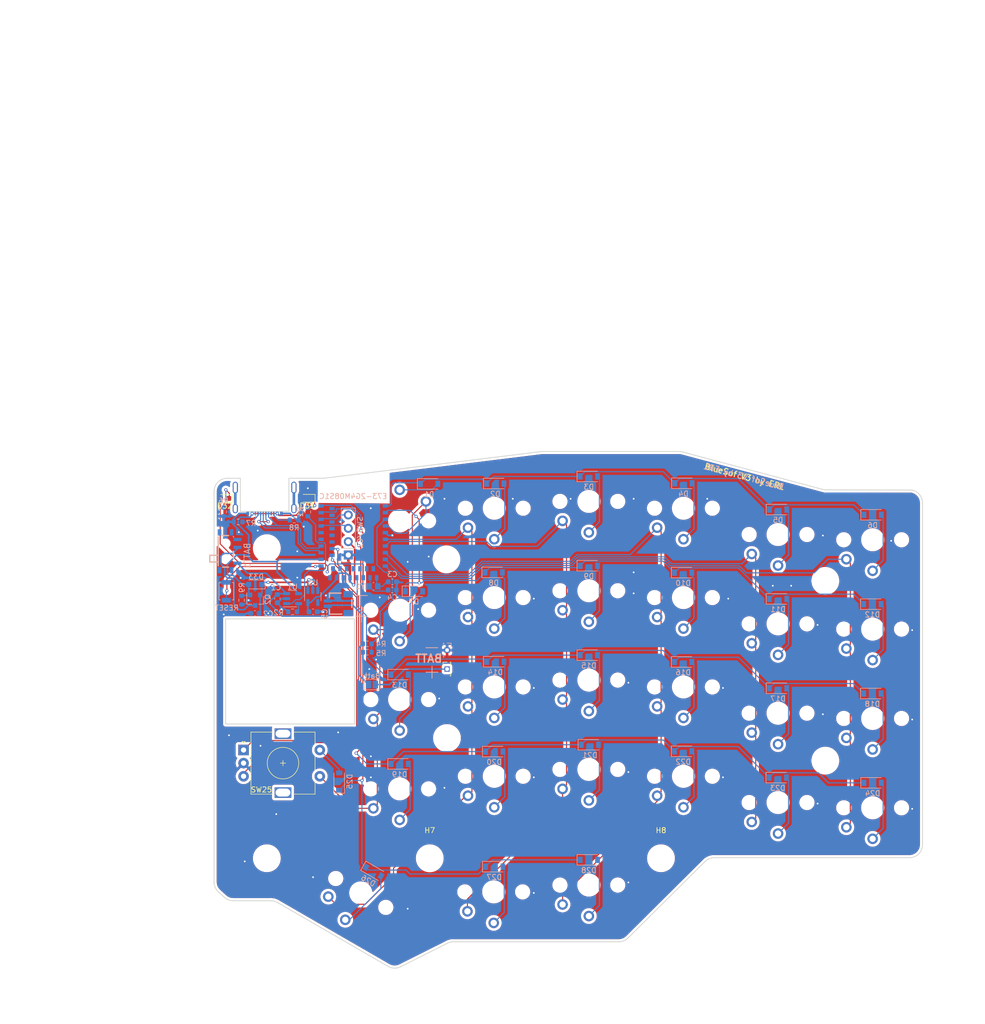
<source format=kicad_pcb>
(kicad_pcb (version 20210108) (generator pcbnew)
  (layers (0 "F.Cu" signal) (31 "B.Cu" power) (34 "B.Paste" user) (35 "F.Paste" user) (36 "B.SilkS" user "B.Silkscreen") (37 "F.SilkS" user "F.Silkscreen") (38 "B.Mask" user) (39 "F.Mask" user) (44 "Edge.Cuts" user))
  (net 0 "")
  (net 1 "row4")
  (net 3 "row0")
  (net 4 "Net-(D8-Pad2)")
  (net 5 "row1")
  (net 6 "Net-(D16-Pad2)")
  (net 7 "row2")
  (net 8 "Net-(D6-Pad2)")
  (net 9 "row3")
  (net 10 "Net-(D7-Pad2)")
  (net 11 "Net-(D17-Pad2)")
  (net 12 "Net-(D9-Pad2)")
  (net 13 "Net-(D10-Pad2)")
  (net 14 "Net-(D11-Pad2)")
  (net 15 "Net-(D12-Pad2)")
  (net 16 "Net-(D13-Pad2)")
  (net 17 "Net-(D14-Pad2)")
  (net 18 "Net-(D15-Pad2)")
  (net 19 "Net-(D19-Pad2)")
  (net 20 "Net-(D20-Pad2)")
  (net 21 "Net-(D18-Pad2)")
  (net 22 "Net-(D21-Pad2)")
  (net 23 "Net-(D24-Pad2)")
  (net 24 "Net-(D28-Pad2)")
  (net 25 "GND")
  (net 26 "col0")
  (net 27 "col1")
  (net 28 "col2")
  (net 29 "col3")
  (net 30 "col4")
  (net 31 "col5")
  (net 32 "VDD_H")
  (net 33 "VBAT")
  (net 34 "Net-(J2-Pad1)")
  (net 35 "Net-(D25-Pad2)")
  (net 36 "VBUS")
  (net 37 "Net-(D31-Pad1)")
  (net 38 "Net-(D32-Pad1)")
  (net 39 "Net-(J1-PadA5)")
  (net 42 "Net-(J1-PadB5)")
  (net 43 "SWC")
  (net 44 "Net-(R1-Pad2)")
  (net 45 "BATTERY_MEASURE")
  (net 46 "ENCA")
  (net 47 "ENCB")
  (net 48 "RESET")
  (net 49 "Net-(C3-Pad2)")
  (net 50 "Net-(C4-Pad2)")
  (net 52 "SWD")
  (net 53 "Net-(R2-Pad1)")
  (net 54 "P0.05")
  (net 55 "Net-(D1-Pad2)")
  (net 56 "Net-(D2-Pad2)")
  (net 57 "Net-(D3-Pad2)")
  (net 58 "Net-(D4-Pad2)")
  (net 59 "Net-(D5-Pad2)")
  (net 60 "Net-(D22-Pad2)")
  (net 61 "Net-(D23-Pad2)")
  (net 62 "DCCH")
  (net 63 "Net-(D26-Pad2)")
  (net 64 "Net-(D27-Pad2)")
  (net 68 "D+")
  (net 69 "D-")
  (net 75 "BATT_SWITCHED")
  (net 76 "unconnected-(J1-PadS1)")
  (net 79 "VIN")
  (footprint "BlueSof:KailhLowProfile" (layer "F.Cu") (at 121.5 54.1 180)
    (fp_text reference "SW1" hide)
    (fp_text value "SW_PUSH" hide)
  )
  (footprint "BlueSof:KailhLowProfile" (layer "F.Cu") (at 139.5 51.7)
    (fp_text reference "SW2" hide)
    (fp_text value "SW_PUSH" hide)
  )
  (footprint "BlueSof:KailhLowProfile" (layer "F.Cu") (at 175.5 51.7)
    (fp_text reference "SW4" hide)
    (fp_text value "SW_PUSH" hide)
  )
  (footprint "BlueSof:KailhLowProfile" (layer "F.Cu") (at 193.5 56.7)
    (fp_text reference "SW5" hide)
    (fp_text value "SW_PUSH" hide)
  )
  (footprint "BlueSof:KailhLowProfile" (layer "F.Cu") (at 211.5 57.7)
    (fp_text reference "SW6" hide)
    (fp_text value "SW_PUSH" hide)
  )
  (footprint "BlueSof:KailhLowProfile" (layer "F.Cu") (at 121.5 71.1)
    (fp_text reference "SW7" hide)
    (fp_text value "SW_PUSH" hide)
  )
  (footprint "BlueSof:KailhLowProfile" (layer "F.Cu") (at 139.5 68.7)
    (fp_text reference "SW8" hide)
    (fp_text value "SW_PUSH" hide)
  )
  (footprint "BlueSof:KailhLowProfile" (layer "F.Cu") (at 157.5 67.4)
    (fp_text reference "SW9" hide)
    (fp_text value "SW_PUSH" hide)
  )
  (footprint "BlueSof:KailhLowProfile" (layer "F.Cu") (at 175.5 68.7)
    (fp_text reference "SW10" hide)
    (fp_text value "SW_PUSH" hide)
  )
  (footprint "BlueSof:KailhLowProfile" (layer "F.Cu") (at 211.5 74.7)
    (fp_text reference "SW12" hide)
    (fp_text value "SW_PUSH" hide)
  )
  (footprint "BlueSof:KailhLowProfile" (layer "F.Cu") (at 139.5 85.7)
    (fp_text reference "SW14" hide)
    (fp_text value "SW_PUSH" hide)
  )
  (footprint "BlueSof:KailhLowProfile" (layer "F.Cu") (at 157.5 84.4)
    (fp_text reference "SW15" hide)
    (fp_text value "SW_PUSH" hide)
  )
  (footprint "BlueSof:KailhLowProfile" (layer "F.Cu") (at 175.5 85.7)
    (fp_text reference "SW16" hide)
    (fp_text value "SW_PUSH" hide)
  )
  (footprint "BlueSof:KailhLowProfile" (layer "F.Cu") (at 193.5 90.7)
    (fp_text reference "SW17" hide)
    (fp_text value "SW_PUSH" hide)
  )
  (footprint "BlueSof:KailhLowProfile" (layer "F.Cu") (at 121.5 105.1)
    (fp_text reference "SW19" hide)
    (fp_text value "SW_PUSH" hide)
  )
  (footprint "BlueSof:KailhLowProfile" (layer "F.Cu") (at 157.5 101.4)
    (fp_text reference "SW21" hide)
    (fp_text value "SW_PUSH" hide)
  )
  (footprint "BlueSof:KailhLowProfile" (layer "F.Cu") (at 175.5 102.7)
    (fp_text reference "SW22" hide)
    (fp_text value "SW_PUSH" hide)
  )
  (footprint "BlueSof:KailhLowProfile" (layer "F.Cu") (at 193.5 107.7)
    (fp_text reference "SW23" hide)
    (fp_text value "SW_PUSH" hide)
  )
  (footprint "BlueSof:KailhLowProfile" (layer "F.Cu") (at 211.5 108.7)
    (fp_text reference "SW24" hide)
    (fp_text value "SW_PUSH" hide)
  )
  (footprint "BlueSof:KailhLowProfile" (layer "F.Cu") (at 121.5 88.1)
    (fp_text reference "SW13" hide)
    (fp_text value "SW_PUSH" hide)
  )
  (footprint "BlueSof:KailhLowProfile" (layer "F.Cu") (at 193.5 73.7)
    (fp_text reference "SW11" hide)
    (fp_text value "SW_PUSH" hide)
  )
  (footprint "BlueSof:KailhLowProfile" (layer "F.Cu") (at 211.5 91.7)
    (fp_text reference "SW18" hide)
    (fp_text value "SW_PUSH" hide)
  )
  (footprint "BlueSof:KailhLowProfile" (layer "F.Cu") (at 157.5 123.4)
    (fp_text reference "SW28" hide)
    (fp_text value "SW_PUSH" hide)
  )
  (footprint "BlueSof:KailhLowProfile" (layer "F.Cu") (at 157.5 50.4)
    (fp_text reference "SW3" hide)
    (fp_text value "SW_PUSH" hide)
  )
  (footprint "BlueSof:KailhLowProfile" (layer "F.Cu") (at 139.5 102.7)
    (fp_text reference "SW20" hide)
    (fp_text value "SW_PUSH" hide)
  )
  (footprint "LED_SMD:LED_0603_1608Metric" (layer "F.Cu") (at 88.225 49.825 180)
    (fp_text reference "D32")
    (fp_text value "LED")
  )
  (footprint "BlueSof:KailhLowProfile_1.5U" (layer "F.Cu") (at 114.1 124.9 -30)
    (fp_text reference "SW26" hide)
    (fp_text value "SW_PUSH" hide)
  )
  (footprint "LED_SMD:LED_0603_1608Metric" (layer "F.Cu") (at 103.925 49.8 180)
    (fp_text reference "D31")
    (fp_text value "LED")
  )
  (footprint "Rotary_Encoder:RotaryEncoder_Alps_EC11E-Switch_Vertical_H20mm" (layer "F.Cu") (at 91.8 97.7)
    (fp_text reference "SW25")
    (fp_text value "Rotary_Encoder_Switch")
  )
  (footprint "BlueSof:KailhLowProfile" (layer "F.Cu") (at 139.4 124.7)
    (fp_text reference "SW27" hide)
    (fp_text value "SW_PUSH" hide)
  )
  (footprint "MountingHole:MountingHole_4.3mm_M4" (layer "F.Cu") (at 202.5 65.525)
    (fp_text reference "H6" hide)
    (fp_text value "MountingHole_Pad")
  )
  (footprint "MountingHole:MountingHole_4.3mm_M4" (layer "F.Cu") (at 127.225 118.3)
    (fp_text reference "H7")
    (fp_text value "MountingHole_Pad")
  )
  (footprint "MountingHole:MountingHole_4.3mm_M4" (layer "F.Cu") (at 96.225 59.3)
    (fp_text reference "H4" hide)
    (fp_text value "MountingHole_Pad")
  )
  (footprint "MountingHole:MountingHole_4.3mm_M4" (layer "F.Cu") (at 130.4 61.425)
    (fp_text reference "H5" hide)
    (fp_text value "MountingHole_Pad")
  )
  (footprint "MountingHole:MountingHole_4.3mm_M4" (layer "F.Cu") (at 130.5 95.425)
    (fp_text reference "H1" hide)
    (fp_text value "MountingHole_Pad")
  )
  (footprint "MountingHole:MountingHole_4.3mm_M4" (layer "F.Cu") (at 171.225 118.3)
    (fp_text reference "H8")
    (fp_text value "MountingHole_Pad")
  )
  (footprint "Connector_PinSocket_1.27mm:PinSocket_1x01_P1.27mm_Vertical" (layer "F.Cu") (at 130.525 82.3 90)
    (fp_text reference "J2" hide)
    (fp_text value "Conn_01x01_Female")
  )
  (footprint "MountingHole:MountingHole_4.3mm_M4" (layer "F.Cu") (at 96.225 118.3)
    (fp_text reference "H2" hide)
    (fp_text value "MountingHole_Pad")
  )
  (footprint "MountingHole:MountingHole_4.3mm_M4" (layer "F.Cu") (at 202.5 99.725)
    (fp_text reference "H3" hide)
    (fp_text value "MountingHole_Pad")
  )
  (footprint "Diode_SMD:D_SOD-123" (layer "B.Cu") (at 139.7 47)
    (fp_text reference "D2")
    (fp_text value "D")
  )
  (footprint "Diode_SMD:D_SOD-123" (layer "B.Cu") (at 157.5 45.65)
    (fp_text reference "D3")
    (fp_text value "D")
  )
  (footprint "Diode_SMD:D_SOD-123" (layer "B.Cu") (at 175.5 46.95)
    (fp_text reference "D4")
    (fp_text value "D")
  )
  (footprint "Diode_SMD:D_SOD-123" (layer "B.Cu") (at 193.5 51.95)
    (fp_text reference "D5")
    (fp_text value "D")
  )
  (footprint "Diode_SMD:D_SOD-123" (layer "B.Cu") (at 211.5 52.95)
    (fp_text reference "D6")
    (fp_text value "D")
  )
  (footprint "Diode_SMD:D_SOD-123" (layer "B.Cu") (at 124.225 67.5)
    (fp_text reference "D7")
    (fp_text value "D")
  )
  (footprint "Diode_SMD:D_SOD-123" (layer "B.Cu") (at 139.4 63.9)
    (fp_text reference "D8")
    (fp_text value "D")
  )
  (footprint "Diode_SMD:D_SOD-123" (layer "B.Cu") (at 157.5 62.65)
    (fp_text reference "D9")
    (fp_text value "D")
  )
  (footprint "Diode_SMD:D_SOD-123" (layer "B.Cu") (at 175.45 63.95)
    (fp_text reference "D10")
    (fp_text value "D")
  )
  (footprint "Diode_SMD:D_SOD-123" (layer "B.Cu") (at 193.5 68.95)
    (fp_text reference "D11")
    (fp_text value "D")
  )
  (footprint "Diode_SMD:D_SOD-123" (layer "B.Cu") (at 211.45 69.95)
    (fp_text reference "D12")
    (fp_text value "D")
  )
  (footprint "Diode_SMD:D_SOD-123" (layer "B.Cu") (at 139.7 80.9)
    (fp_text reference "D14")
    (fp_text value "D")
  )
  (footprint "Diode_SMD:D_SOD-123" (layer "B.Cu") (at 157.5 79.65)
    (fp_text reference "D15")
    (fp_text value "D")
  )
  (footprint "Diode_SMD:D_SOD-123" (layer "B.Cu") (at 175.45 80.95)
    (fp_text reference "D16")
    (fp_text value "D")
  )
  (footprint "Diode_SMD:D_SOD-123" (layer "B.Cu") (at 193.5 85.95)
    (fp_text reference "D17")
    (fp_text value "D")
  )
  (footprint "Diode_SMD:D_SOD-123" (layer "B.Cu") (at 211.45 86.95)
    (fp_text reference "D18")
    (fp_text value "D")
  )
  (footprint "Diode_SMD:D_SOD-123" (layer "B.Cu") (at 121.5 100.35)
    (fp_text reference "D19")
    (fp_text value "D")
  )
  (footprint "Diode_SMD:D_SOD-123" (layer "B.Cu") (at 139.5 98)
    (fp_text reference "D20")
    (fp_text value "D")
  )
  (footprint "Diode_SMD:D_SOD-123" (layer "B.Cu") (at 157.7 96.7)
    (fp_text reference "D21")
    (fp_text value "D")
  )
  (footprint "Diode_SMD:D_SOD-123" (layer "B.Cu") (at 175.45 97.95)
    (fp_text reference "D22")
    (fp_text value "D")
  )
  (footprint "Diode_SMD:D_SOD-123" (layer "B.Cu") (at 193.45 102.95)
    (fp_text reference "D23")
    (fp_text value "D")
  )
  (footprint "Diode_SMD:D_SOD-123" (layer "B.Cu") (at 211.5 103.95)
    (fp_text reference "D24")
    (fp_text value "D")
  )
  (footprint "Diode_SMD:D_SOD-123" (layer "B.Cu") (at 121.5 83.35)
    (fp_text reference "D13")
    (fp_text value "D")
  )
  (footprint "Diode_SMD:D_SOD-123" (layer "B.Cu") (at 139.5 119.9)
    (fp_text reference "D27")
    (fp_text value "D")
  )
  (footprint "Diode_SMD:D_SOD-123" (layer "B.Cu") (at 116.527757 120.85 -30)
    (fp_text reference "D26")
    (fp_text value "D")
  )
  (footprint "Diode_SMD:D_SOD-123" (layer "B.Cu") (at 110 103.699999 90)
    (fp_text reference "D25")
    (fp_text value "D")
  )
  (footprint "Diode_SMD:D_SOD-123" (layer "B.Cu") (at 127.110955 47.0625)
    (fp_text reference "D1")
    (fp_text value "D")
  )
  (footprint "Diode_SMD:D_SOD-123" (layer "B.Cu") (at 157.5 118.6)
    (fp_text reference "D28")
    (fp_text value "D")
  )
  (footprint "Capacitor_SMD:C_0603_1608Metric" (layer "B.Cu") (at 105.025 71.4)
    (fp_text reference "C5")
    (fp_text value "10uF")
  )
  (footprint "Capacitor_SMD:C_0603_1608Metric" (layer "B.Cu") (at 120.110955 65.7 180)
    (fp_text reference "C4")
    (fp_text value "22pF")
  )
  (footprint "Capacitor_SMD:C_0603_1608Metric" (layer "B.Cu") (at 98.225 68.9 -90)
    (fp_text reference "C1")
    (fp_text value "4.7uF")
  )
  (footprint "Capacitor_SMD:C_0603_1608Metric" (layer "B.Cu") (at 93.9625 71.7 180)
    (fp_text reference "C2")
    (fp_text value "4.7uF")
  )
  (footprint "BlueSof:USB-C_C168688" (layer "B.Cu") (at 95.8 45.675 180)
    (fp_text reference "J1" hide)
    (fp_text value "USB_C_Receptacle_USB2.0")
  )
  (footprint "Connector_PinHeader_2.54mm:PinHeader_1x04_P2.54mm_Vertical" (layer "B.Cu") (at 111.725 60.6)
    (fp_text reference "SWD/C1")
    (fp_text value "Conn_01x04_Female")
  )
  (footprint "Package_TO_SOT_SMD:SOT-23" (layer "B.Cu") (at 94 69.2 -90)
    (fp_text reference "Q2")
    (fp_text value "A03407")
  )
  (footprint "Resistor_SMD:R_0603_1608Metric" (layer "B.Cu") (at 101.125 71.4 180)
    (fp_text reference "R2")
    (fp_text value "10k")
  )
  (footprint "Resistor_SMD:R_0603_1608Metric" (layer "B.Cu") (at 115.325 77.5)
    (fp_text reference "R4")
    (fp_text value "820k")
  )
  (footprint "Resistor_SMD:R_0603_1608Metric" (layer "B.Cu") (at 115.325 79.1 180)
    (fp_text reference "R5")
    (fp_text value "2M")
  )
  (footprint "Resistor_SMD:R_0603_1608Metric" (layer "B.Cu") (at 90.7625 54.3 180)
    (fp_text reference "R7")
    (fp_text value "5.1k")
  )
  (footprint "Resistor_SMD:R_0603_1608Metric" (layer "B.Cu") (at 101.425 53.95)
    (fp_text reference "R8")
    (fp_text value "5.1k")
  )
  (footprint "Resistor_SMD:R_0603_1608Metric" (layer "B.Cu") (at 91.425 69.2 -90)
    (fp_text reference "R9")
    (fp_text value "100k")
  )
  (footprint "Button_Switch_SMD:SW_SPST_B3U-1000P" (layer "B.Cu") (at 88.525 67.5 90)
    (fp_text reference "RESET")
    (fp_text value "SW_Push")
  )
  (footprint "Package_TO_SOT_SMD:SOT-23-5" (layer "B.Cu") (at 101.125 68.9)
    (fp_text reference "U1")
    (fp_text value "LN2054Y42AMR")
  )
  (footprint "Package_TO_SOT_SMD:SOT-23-5" (layer "B.Cu") (at 104.975 68.5 -90)
    (fp_text reference "U3")
    (fp_text value "AP2112K-3.3")
  )
  (footprint "Crystal:Crystal_SMD_MicroCrystal_CM9V-T1A-2Pin_1.6x1.0mm_HandSoldering" (layer "B.Cu") (at 116.510955 66.5625)
    (fp_text reference "Y1")
    (fp_text value "32.768kHz")
  )
  (footprint "Capacitor_SMD:C_0603_1608Metric" (layer "B.Cu") (at 120.085955 67.2625 180)
    (fp_text reference "C3")
    (fp_text value "22pF")
  )
  (footprint "Resistor_SMD:R_0603_1608Metric" (layer "B.Cu") (at 88 52.4 -90)
    (fp_text reference "R6")
    (fp_text value "1k")
  )
  (footprint "BlueSof:E73-2G4M08S1C-52840_SMD" (layer "B.Cu") (at 112.660955 65.3 90)
    (fp_text reference "U2" hide)
    (fp_text value "E73-2G4M08S1C")
  )
  (footprint "Diode_SMD:D_SOD-323_HandSoldering" (layer "B.Cu") (at 94.025 66.2 180)
    (fp_text reference "D33")
    (fp_text value "1N5819")
  )
  (footprint "Resistor_SMD:R_0603_1608Metric" (layer "B.Cu") (at 104.025 52.4 -90)
    (fp_text reference "R1")
    (fp_text value "1k")
  )
  (footprint "BlueSof:SM02B-SRSS-TB(LF)(SN)" (layer "B.Cu") (at 109.8 69.85 -90)
    (fp_text reference "J12")
    (fp_text value "SM02B-SRSS-TB(LF)(SN)")
  )
  (footprint "Jumper:SolderJumper-2_P1.3mm_Open_Pad1.0x1.5mm" (layer "B.Cu") (at 116.225 85.25)
    (fp_text reference "Batt")
    (fp_text value "Jumper_2_Open")
  )
  (footprint "Connector_PinSocket_1.27mm:PinSocket_1x01_P1.27mm_Vertical" (layer "B.Cu") (at 130.525 78.7 90)
    (fp_text reference "+" hide)
    (fp_text value "Conn_01x01_Female")
  )
  (footprint "BlueSof:SW-TH_MSK12C02" (layer "B.Cu") (at 88.925 59.9 90)
    (fp_text reference "BATT1")
    (fp_text value "SW_SPDT" hide)
  )
  (gr_arc (start 174.699996 43.4) (end 175.110993 40.934015) (angle -9.462321464) (layer "Edge.Cuts") (width 0.15))
  (gr_line (start 164.954294 133.473197) (end 179.590482 118.926802) (layer "Edge.Cuts") (width 0.15))
  (gr_line (start 100.425 52.3) (end 91.175 52.3) (layer "Edge.Cuts") (width 0.15))
  (gr_arc (start 89.823599 123.877241) (end 88.128226 125.714552) (angle -42.6991763) (layer "Edge.Cuts") (width 0.15))
  (gr_line (start 91.175 46) (end 88.685524 46) (layer "Edge.Cuts") (width 0.15))
  (gr_arc (start 181.352802 120.7) (end 181.352802 118.2) (angle -44.82371423) (layer "Edge.Cuts") (width 0.15))
  (gr_arc (start 148.717133 43.4) (end 148.717133 40.9) (angle -7.006961979) (layer "Edge.Cuts") (width 0.15))
  (gr_arc (start 88.685524 122.827087) (end 86.185524 122.827087) (angle -47.3008237) (layer "Edge.Cuts") (width 0.15))
  (gr_line (start 174.699995 40.9) (end 148.717133 40.899999) (layer "Edge.Cuts") (width 0.15))
  (gr_arc (start 96.988785 128.877241) (end 98.238784 126.712177) (angle -29.99999438) (layer "Edge.Cuts") (width 0.15))
  (gr_arc (start 218.5 50.7) (end 221 50.7) (angle -80.53767854) (layer "Edge.Cuts") (width 0.15))
  (gr_line (start 106.916532 46) (end 100.425 46) (layer "Edge.Cuts") (width 0.15))
  (gr_line (start 131.707046 134.199999) (end 163.191975 134.199999) (layer "Edge.Cuts") (width 0.15))
  (gr_line (start 148.412158 40.918671) (end 107.221507 45.981329) (layer "Edge.Cuts") (width 0.15))
  (gr_line (start 98.238784 126.712177) (end 119.304311 138.874364) (layer "Edge.Cuts") (width 0.15))
  (gr_line (start 86.185524 122.827087) (end 86.185524 48.5) (layer "Edge.Cuts") (width 0.15))
  (gr_line (start 221 115.7) (end 221 50.7) (layer "Edge.Cuts") (width 0.15))
  (gr_arc (start 202.5 46.7) (end 202.5 48.2) (angle 11.30993247) (layer "Edge.Cuts") (width 0.15))
  (gr_arc (start 163.191975 131.699999) (end 163.191975 134.199999) (angle -44.82370585) (layer "Edge.Cuts") (width 0.15))
  (gr_arc (start 106.916532 43.5) (end 106.916532 46) (angle -7.006963191) (layer "Edge.Cuts") (width 0.15))
  (gr_line (start 181.352802 118.2) (end 218.5 118.2) (layer "Edge.Cuts") (width 0.15))
  (gr_line (start 202.205826 48.170871) (end 175.110993 40.934016) (layer "Edge.Cuts") (width 0.15))
  (gr_arc (start 88.685524 48.5) (end 88.685524 46) (angle -90) (layer "Edge.Cuts") (width 0.15))
  (gr_line (start 218.910997 48.234015) (end 202.5 48.2) (layer "Edge.Cuts") (width 0.15))
  (gr_line (start 89.823598 126.377241) (end 96.988784 126.377241) (layer "Edge.Cuts") (width 0.15))
  (gr_line (start 100.425 46) (end 100.425 52.3) (layer "Edge.Cuts") (width 0.15))
  (gr_arc (start 120.554311 136.709301) (end 119.304311 138.874364) (angle -56.68375556) (layer "Edge.Cuts") (width 0.15))
  (gr_arc (start 131.707046 136.7) (end 131.707046 134.199999) (angle -26.68376982) (layer "Edge.Cuts") (width 0.15))
  (gr_line (start 121.676975 138.943048) (end 130.584381 134.466252) (layer "Edge.Cuts") (width 0.15))
  (gr_line (start 91.175 52.3) (end 91.175 46) (layer "Edge.Cuts") (width 0.15))
  (gr_line (start 86.990151 124.664397) (end 88.128226 125.714551) (layer "Edge.Cuts") (width 0.15))
  (gr_rect (start 112.9 72.75) (end 88.4 92.75) (layer "Edge.Cuts") (width 0.15) (fill none))
  (gr_arc (start 218.5 115.7) (end 218.5 118.2) (angle -90) (layer "Edge.Cuts") (width 0.15))
  (gr_text "BlueSof V3 by ERL" (at 187 45.7 -15) (layer "B.SilkS") (effects (font (size 1.1 1.1) (thickness 0.2)) (justify mirror)))
  (gr_text "-" (at 127.625 78) (layer "B.SilkS") (effects (font (size 3 3)) (justify mirror)))
  (gr_text "+" (at 127.425 82.9 90) (layer "B.SilkS") (effects (font (size 3 3)) (justify mirror)))
  (gr_text "BATT" (at 127.025 80.3) (layer "B.SilkS") (effects (font (size 1.5 1.5) (thickness 0.3)) (justify mirror)))
  (gr_text "+" (at 114 72.25 90) (layer "B.SilkS") (effects (font (size 3 3)) (justify mirror)))
  (gr_text "-" (at 114.2 68.55 180) (layer "B.SilkS") (effects (font (size 3 3)) (justify mirror)))
  (gr_text "BlueSof V3 by ERL" (at 187.1 45.7 -15) (layer "F.SilkS") (effects (font (size 1.1 1.1) (thickness 0.2))))
  (segment (start 114.500031 56.33402) (end 114.12501 55.958999) (width 0.2) (layer "F.Cu") (net 1))
  (segment (start 114.325 103.5) (end 114.500031 103.324969) (width 0.2) (layer "F.Cu") (net 1))
  (segment (start 114.500031 103.324969) (end 114.500031 56.33402) (width 0.2) (layer "F.Cu") (net 1))
  (via (at 114.12501 55.958999) (size 0.6) (drill 0.33) (layers "F.Cu" "B.Cu") (net 1))
  (via (at 114.325 103.5) (size 0.6) (drill 0.33) (layers "F.Cu" "B.Cu") (net 1))
  (segment (start 137.4625 120.2875) (end 139.15 118.6) (width 0.2) (layer "B.Cu") (net 1))
  (segment (start 112.225 51.152989) (end 114.12501 53.052999) (width 0.2) (layer "B.Cu") (net 1))
  (segment (start 114.12501 53.052999) (end 114.12501 55.958999) (width 0.2) (layer "B.Cu") (net 1))
  (segment (start 137.4625 120.3125) (end 137.4625 120.2875) (width 0.2) (layer "B.Cu") (net 1))
  (segment (start 114.325 119.251185) (end 114.325 103.5) (width 0.2) (layer "B.Cu") (net 1))
  (segment (start 106.658966 51.152989) (end 112.225 51.152989) (width 0.2) (layer "B.Cu") (net 1))
  (segment (start 123.475 121.3) (end 136.475 121.3) (width 0.2) (layer "B.Cu") (net 1))
  (segment (start 122.725 120.55) (end 123.475 121.3) (width 0.2) (layer "B.Cu") (net 1))
  (segment (start 114.325 103.5) (end 111.849999 103.5) (width 0.2) (layer "B.Cu") (net 1))
  (segment (start 115.098815 120.025) (end 114.325 119.251185) (width 0.2) (layer "B.Cu") (net 1))
  (segment (start 115.098815 120.025) (end 115.623815 120.55) (width 0.2) (layer "B.Cu") (net 1))
  (segment (start 139.15 118.6) (end 155.85 118.6) (width 0.2) (layer "B.Cu") (net 1))
  (segment (start 136.475 121.3) (end 137.4625 120.3125) (width 0.2) (layer "B.Cu") (net 1))
  (segment (start 115.623815 120.55) (end 122.725 120.55) (width 0.2) (layer "B.Cu") (net 1))
  (segment (start 111.849999 103.5) (end 110 105.349999) (width 0.2) (layer "B.Cu") (net 1))
  (segment (start 119.910955 47.2625) (end 119.910955 50.8775) (width 0.2) (layer "B.Cu") (net 3))
  (segment (start 139.4 45.65) (end 138.05 47) (width 0.2) (layer "B.Cu") (net 3))
  (segment (start 185.949999 46.049999) (end 174.750001 46.049999) (width 0.2) (layer "B.Cu") (net 3))
  (segment (start 156.750001 44.749999) (end 155.85 45.65) (width 0.2) (layer "B.Cu") (net 3))
  (segment (start 192.750001 51.049999) (end 207.949999 51.049999) (width 0.2) (layer "B.Cu") (net 3))
  (segment (start 209.85 52.95) (end 207.949999 51.049999) (width 0.2) (layer "B.Cu") (net 3))
  (segment (start 191.85 51.95) (end 185.949999 46.049999) (width 0.2) (layer "B.Cu") (net 3))
  (segment (start 191.85 51.95) (end 192.750001 51.049999) (width 0.2) (layer "B.Cu") (net 3))
  (segment (start 174.750001 46.049999) (end 173.85 46.95) (width 0.2) (layer "B.Cu") (net 3))
  (segment (start 171.649999 44.749999) (end 156.750001 44.749999) (width 0.2) (layer "B.Cu") (net 3))
  (segment (start 126.360966 46.162489) (end 137.212489 46.162489) (width 0.2) (layer "B.Cu") (net 3))
  (segment (start 119.518455 51.27) (end 118.779955 51.27) (width 0.2) (layer "B.Cu") (net 3))
  (segment (start 155.85 45.65) (end 139.4 45.65) (width 0.2) (layer "B.Cu") (net 3))
  (segment (start 125.460955 47.0625) (end 125.260955 46.8625) (width 0.2) (layer "B.Cu") (net 3))
  (segment (start 137.212489 46.162489) (end 138.05 47) (width 0.2) (layer "B.Cu") (net 3))
  (segment (start 125.260955 46.8625) (end 120.310955 46.8625) (width 0.2) (layer "B.Cu") (net 3))
  (segment (start 173.85 46.95) (end 171.649999 44.749999) (width 0.2) (layer "B.Cu") (net 3))
  (segment (start 120.310955 46.8625) (end 119.910955 47.2625) (width 0.2) (layer "B.Cu") (net 3))
  (segment (start 119.910955 50.8775) (end 119.518455 51.27) (width 0.2) (layer "B.Cu") (net 3))
  (segment (start 125.460955 47.0625) (end 126.360966 46.162489) (width 0.2) (layer "B.Cu") (net 3))
  (segment (start 141.500001 65.175001) (end 141.05 64.725) (width 0.2) (layer "B.Cu") (net 4))
  (segment (start 141.500001 72.599999) (end 141.500001 65.175001) (width 0.2) (layer "B.Cu") (net 4))
  (segment (start 139.5 74.6) (end 141.500001 72.599999) (width 0.2) (layer "B.Cu") (net 4))
  (segment (start 141.05 64.725) (end 141.05 63.9) (width 0.2) (layer "B.Cu") (net 4))
  (segment (start 124.625 53.2625) (end 125.225 53.8625) (width 0.2) (layer "F.Cu") (net 5))
  (segment (start 125.225 53.8625) (end 125.225 65.9) (width 0.2) (layer "F.Cu") (net 5))
  (via (at 125.225 65.9) (size 0.6) (drill 0.33) (layers "F.Cu" "B.Cu") (net 5))
  (via (at 124.625 53.2625) (size 0.6) (drill 0.33) (layers "F.Cu" "B.Cu") (net 5))
  (segment (start 126.174999 65.449999) (end 136.200001 65.449999) (width 0.2) (layer "B.Cu") (net 5))
  (segment (start 173.8 63.95) (end 174.700001 63.049999) (width 0.2) (layer "B.Cu") (net 5))
  (segment (start 156.750001 61.749999) (end 171.599999 61.749999) (width 0.2) (layer "B.Cu") (net 5))
  (segment (start 185.949999 63.049999) (end 191.85 68.95) (width 0.2) (layer "B.Cu") (net 5))
  (segment (start 138.650001 62.999999) (end 155.500001 62.999999) (width 0.2) (layer "B.Cu") (net 5))
  (segment (start 191.85 68.95) (end 192.750001 68.049999) (width 0.2) (layer "B.Cu") (net 5))
  (segment (start 174.700001 63.049999) (end 185.949999 63.049999) (width 0.2) (layer "B.Cu") (net 5))
  (segment (start 122.575 66.309287) (end 122.984287 65.9) (width 0.2) (layer "B.Cu") (net 5))
  (segment (start 192.750001 68.049999) (end 207.899999 68.049999) (width 0.2) (layer "B.Cu") (net 5))
  (segment (start 125.225 65.9) (end 125.175001 65.850001) (width 0.2) (layer "B.Cu") (net 5))
  (segment (start 119.219956 52.099999) (end 118.779955 52.54) (width 0.2) (layer "B.Cu") (net 5))
  (segment (start 125.225 65.9) (end 125.724998 65.9) (width 0.2) (layer "B.Cu") (net 5))
  (segment (start 136.200001 65.449999) (end 137.75 63.9) (width 0.2) (layer "B.Cu") (net 5))
  (segment (start 124.625 53.2625) (end 123.462499 52.099999) (width 0.2) (layer "B.Cu") (net 5))
  (segment (start 125.724998 65.9) (end 126.174999 65.449999) (width 0.2) (layer "B.Cu") (net 5))
  (segment (start 137.75 63.9) (end 138.650001 62.999999) (width 0.2) (layer "B.Cu") (net 5))
  (segment (start 122.575 67.5) (end 122.575 66.309287) (width 0.2) (layer "B.Cu") (net 5))
  (segment (start 122.984287 65.9) (end 125.225 65.9) (width 0.2) (layer "B.Cu") (net 5))
  (segment (start 123.462499 52.099999) (end 119.219956 52.099999) (width 0.2) (layer "B.Cu") (net 5))
  (segment (start 207.899999 68.049999) (end 209.8 69.95) (width 0.2) (layer "B.Cu") (net 5))
  (segment (start 171.599999 61.749999) (end 173.8 63.95) (width 0.2) (layer "B.Cu") (net 5))
  (segment (start 156.750001 61.749999) (end 155.85 62.65) (width 0.2) (layer "B.Cu") (net 5))
  (segment (start 177.500001 89.599999) (end 177.500001 81.350001) (width 0.2) (layer "B.Cu") (net 6))
  (segment (start 175.5 91.6) (end 177.500001 89.599999) (width 0.2) (layer "B.Cu") (net 6))
  (segment (start 177.500001 81.350001) (end 177.1 80.95) (width 0.2) (layer "B.Cu") (net 6))
  (segment (start 174.700001 80.049999) (end 185.949999 80.049999) (width 0.2) (layer "B.Cu") (net 7))
  (segment (start 122.8 80.4) (end 137.55 80.4) (width 0.2) (layer "B.Cu") (net 7))
  (segment (start 155.85 79.65) (end 156.750001 78.749999) (width 0.2) (layer "B.Cu") (net 7))
  (segment (start 115.199999 72.150001) (end 115.199999 77.014842) (width 0.2) (layer "B.Cu") (net 7))
  (segment (start 119.85 83.35) (end 122.8 80.4) (width 0.2) (layer "B.Cu") (net 7))
  (segment (start 115.225 77.039843) (end 115.225 80.05) (width 0.2) (layer "B.Cu") (net 7))
  (segment (start 118.525 83.35) (end 119.85 83.35) (width 0.2) (layer "B.Cu") (net 7))
  (segment (start 156.750001 78.749999) (end 171.599999 78.749999) (width 0.2) (layer "B.Cu") (net 7))
  (segment (start 115.199999 77.014842) (end 115.225 77.039843) (width 0.2) (layer "B.Cu") (net 7))
  (segment (start 191.85 85.95) (end 192.750001 85.049999) (width 0.2) (layer "B.Cu") (net 7))
  (segment (start 171.599999 78.749999) (end 173.8 80.95) (width 0.2) (layer "B.Cu") (net 7))
  (segment (start 113.424273 67.603071) (end 113.425 67.603798) (width 0.2) (layer "B.Cu") (net 7))
  (segment (start 115.225 80.05) (end 118.525 83.35) (width 0.2) (layer "B.Cu") (net 7))
  (segment (start 192.750001 85.049999) (end 207.899999 85.049999) (width 0.2) (layer "B.Cu") (net 7))
  (segment (start 113.424273 65.022318) (end 113.424273 67.603071) (width 0.2) (layer "B.Cu") (net 7))
  (segment (start 173.8 80.95) (end 174.700001 80.049999) (width 0.2) (layer "B.Cu") (net 7))
  (segment (start 138.05 80.9) (end 139.3 79.65) (width 0.2) (layer "B.Cu") (net 7))
  (segment (start 185.949999 80.049999) (end 191.85 85.95) (width 0.2) (layer "B.Cu") (net 7))
  (segment (start 113.425 70.375002) (end 115.199999 72.150001) (width 0.2) (layer "B.Cu") (net 7))
  (segment (start 139.3 79.65) (end 155.85 79.65) (width 0.2) (layer "B.Cu") (net 7))
  (segment (start 113.425 67.603798) (end 113.425 70.375002) (width 0.2) (layer "B.Cu") (net 7))
  (segment (start 137.55 80.4) (end 138.05 80.9) (width 0.2) (layer "B.Cu") (net 7))
  (segment (start 207.899999 85.049999) (end 209.8 86.95) (width 0.2) (layer "B.Cu") (net 7))
  (segment (start 213.500001 61.599999) (end 211.5 63.6) (width 0.2) (layer "B.Cu") (net 8))
  (segment (start 213.500001 53.300001) (end 213.500001 61.599999) (width 0.2) (layer "B.Cu") (net 8))
  (segment (start 113.725 58.8) (end 114.100021 59.175021) (width 0.2) (layer "F.Cu") (net 9))
  (segment (start 114.100021 97.424979) (end 113.225 98.3) (width 0.2) (layer "F.Cu") (net 9))
  (segment (start 114.100021 59.175021) (end 114.100021 97.424979) (width 0.2) (layer "F.Cu") (net 9))
  (via (at 113.725 58.8) (size 0.6) (drill 0.33) (layers "F.Cu" "B.Cu") (net 9))
  (via (at 113.225 98.3) (size 0.6) (drill 0.33) (layers "F.Cu" "B.Cu") (net 9))
  (segment (start 139.15 96.7) (end 156.05 96.7) (width 0.2) (layer "B.Cu") (net 9))
  (segment (start 137.85 98) (end 139.15 96.7) (width 0.2) (layer "B.Cu") (net 9))
  (segment (start 119.85 100.35) (end 122.2 98) (width 0.2) (layer "B.Cu") (net 9))
  (segment (start 109.419966 52.343009) (end 109.339986 52.422989) (width 0.2) (layer "B.Cu") (net 9))
  (segment (start 156.950001 95.799999) (end 171.649999 95.799999) (width 0.2) (layer "B.Cu") (net 9))
  (segment (start 156.05 96.7) (end 156.950001 95.799999) (width 0.2) (layer "B.Cu") (net 9))
  (segment (start 122.2 98) (end 137.85 98) (width 0.2) (layer "B.Cu") (net 9))
  (segment (start 112.277001 51.829999) (end 109.419966 51.829999) (width 0.2) (layer "B.Cu") (net 9))
  (segment (start 173.8 97.95) (end 174.700001 97.049999) (width 0.2) (layer "B.Cu") (net 9))
  (segment (start 174.700001 97.049999) (end 185.899999 97.049999) (width 0.2) (layer "B.Cu") (net 9))
  (segment (start 109.419966 51.829999) (end 109.419966 52.343009) (width 0.2) (layer "B.Cu") (net 9))
  (segment (start 203.098998 103.95) (end 209.85 103.95) (width 0.2) (layer "B.Cu") (net 9))
  (segment (start 115.275 100.35) (end 113.225 98.3) (width 0.2) (layer "B.Cu") (net 9))
  (segment (start 201.198997 102.049999) (end 203.098998 103.95) (width 0.2) (layer "B.Cu") (net 9))
  (segment (start 113.725 58.8) (end 113.475 58.55) (width 0.2) (layer "B.Cu") (net 9))
  (segment (start 185.899999 97.049999) (end 191.8 102.95) (width 0.2) (layer "B.Cu") (net 9))
  (segment (start 109.339986 52.422989) (end 106.658966 52.422989) (width 0.2) (layer "B.Cu") (net 9))
  (segment (start 112.277001 51.829999) (end 113.475 53.027998) (width 0.2) (layer "B.Cu") (net 9))
  (segment (start 191.8 102.95) (end 192.700001 102.049999) (width 0.2) (layer "B.Cu") (net 9))
  (segment (start 192.700001 102.049999) (end 201.198997 102.049999) (width 0.2) (layer "B.Cu") (net 9))
  (segment (start 171.649999 95.799999) (end 173.8 97.95) (width 0.2) (layer "B.Cu") (net 9))
  (segment (start 119.85 100.35) (end 115.275 100.35) (width 0.2) (layer "B.Cu") (net 9))
  (segment (start 113.475 58.55) (end 113.475 53.027998) (width 0.2) (layer "B.Cu") (net 9))
  (segment (start 123.500001 74.999999) (end 121.5 77) (width 0.2) (layer "B.Cu") (net 10))
  (segment (start 125.873455 67.5) (end 123.500001 69.873454) (width 0.2) (layer "B.Cu") (net 10))
  (segment (start 123.500001 69.873454) (end 123.500001 74.999999) (width 0.2) (layer "B.Cu") (net 10))
  (segment (start 193.5 96.6) (end 195.500001 94.599999) (width 0.2) (layer "B.Cu") (net 11))
  (segment (start 195.500001 94.599999) (end 195.500001 86.300001) (width 0.2) (layer "B.Cu") (net 11))
  (segment (start 157.5 73.3) (end 159.500001 71.299999) (width 0.2) (layer "B.Cu") (net 12))
  (segment (start 159.500001 71.299999) (end 159.500001 63.675001) (width 0.2) (layer "B.Cu") (net 12))
  (segment (start 159.15 63.325) (end 159.15 62.65) (width 0.2) (layer "B.Cu") (net 12))
  (segment (start 159.500001 63.675001) (end 159.15 63.325) (width 0.2) (layer "B.Cu") (net 12))
  (segment (start 175.5 74.6) (end 177.500001 72.599999) (width 0.2) (layer "B.Cu") (net 13))
  (segment (start 177.500001 64.975001) (end 177.1 64.575) (width 0.2) (layer "B.Cu") (net 13))
  (segment (start 177.500001 72.599999) (end 177.500001 64.975001) (width 0.2) (layer "B.Cu") (net 13))
  (segment (start 177.1 64.575) (end 177.1 63.95) (width 0.2) (layer "B.Cu") (net 13))
  (segment (start 195.500001 77.599999) (end 195.500001 69.300001) (width 0.2) (layer "B.Cu") (net 14))
  (segment (start 193.5 79.6) (end 195.500001 77.599999) (width 0.2) (layer "B.Cu") (net 14))
  (segment (start 213.1 69.95) (end 213.500001 70.350001) (width 0.2) (layer "B.Cu") (net 15))
  (segment (start 213.500001 70.350001) (end 213.500001 78.599999) (width 0.2) (layer "B.Cu") (net 15))
  (segment (start 213.500001 78.599999) (end 211.5 80.6) (width 0.2) (layer "B.Cu") (net 15))
  (segment (start 121.5 91.749998) (end 123.500001 89.749997) (width 0.2) (layer "B.Cu") (net 16))
  (segment (start 121.5 94) (end 121.5 91.749998) (width 0.2) (layer "B.Cu") (net 16))
  (segment (start 123.500001 89.749997) (end 123.500001 83.700001) (width 0.2) (layer "B.Cu") (net 16))
  (segment (start 141.500001 89.599999) (end 141.500001 81.050001) (width 0.2) (layer "B.Cu") (net 17))
  (segment (start 139.5 91.6) (end 141.500001 89.599999) (width 0.2) (layer "B.Cu") (net 17))
  (segment (start 159.500001 88.299999) (end 159.500001 80.000001) (width 0.2) (layer "B.Cu") (net 18))
  (segment (start 157.5 90.3) (end 159.500001 88.299999) (width 0.2) (layer "B.Cu") (net 18))
  (segment (start 121.5 111) (end 123.500001 108.999999) (width 0.2) (layer "B.Cu") (net 19))
  (segment (start 123.500001 108.999999) (end 123.500001 100.700001) (width 0.2) (layer "B.Cu") (net 19))
  (segment (start 141.500001 106.599999) (end 141.500001 98.350001) (width 0.2) (layer "B.Cu") (net 20))
  (segment (start 139.5 108.6) (end 141.500001 106.599999) (width 0.2) (layer "B.Cu") (net 20))
  (segment (start 213.500001 87.350001) (end 213.500001 95.599999) (width 0.2) (layer "B.Cu") (net 21))
  (segment (start 213.500001 95.599999) (end 211.5 97.6) (width 0.2) (layer "B.Cu") (net 21))
  (segment (start 213.1 86.95) (end 213.500001 87.350001) (width 0.2) (layer "B.Cu") (net 21))
  (segment (start 157.5 107.3) (end 159.500001 105.299999) (width 0.2) (layer "B.Cu") (net 22))
  (segment (start 159.500001 105.299999) (end 159.500001 96.850001) (width 0.2) (layer "B.Cu") (net 22))
  (segment (start 213.500001 112.599999) (end 211.5 114.6) (width 0.2) (layer "B.Cu") (net 23))
  (segment (start 213.500001 104.300001) (end 213.500001 112.599999) (width 0.2) (layer "B.Cu") (net 23))
  (segment (start 157.5 129.3) (end 159.500001 127.299999) (width 0.2) (layer "B.Cu") (net 24))
  (segment (start 159.500001 127.299999) (end 159.500001 118.950001) (width 0.2) (layer "B.Cu") (net 24))
  (segment (start 117.710955 68.6625) (end 121.110955 68.6625) (width 0.3) (layer "F.Cu") (net 25))
  (via (at 104.975 66.05) (size 0.6) (drill 0.33) (layers "F.Cu" "B.Cu") (net 25))
  (via (at 92.025 118.9) (size 0.6) (drill 0.33) (layers "F.Cu" "B.Cu") (net 25))
  (via (at 116.025 98.9) (size 0.6) (drill 0.33) (layers "F.Cu" "B.Cu") (net 25))
  (via (at 102.025 59.9) (size 0.6) (drill 0.33) (layers "F.Cu" "B.Cu") (net 25))
  (via (at 202.025 56.9) (size 0.6) (drill 0.33) (layers "F.Cu" "B.Cu") (net 25))
  (via (at 123.025 127.9) (size 0.6) (drill 0.33) (layers "F.Cu" "B.Cu") (net 25))
  (via (at 91.25 64.95) (size 0.6) (drill 0.33) (layers "F.Cu" "B.Cu") (net 25))
  (via (at 94.5 55.95) (size 0.6) (drill 0.33) (layers "F.Cu" "B.Cu") (net 25))
  (via (at 103.25 55.2) (size 0.6) (drill 0.33) (layers "F.Cu" "B.Cu") (net 25))
  (via (at 215.025 57.9) (size 0.6) (drill 0.33) (layers "F.Cu" "B.Cu") (net 25))
  (via (at 90.9 56.25) (size 0.6) (drill 0.33) (layers "F.Cu" "B.Cu") (net 25))
  (via (at 219.025 74.9) (size 0.6) (drill 0.33) (layers "F.Cu" "B.Cu") (net 25))
  (via (at 117.025 80.5) (size 0.6) (drill 0.33) (layers "F.Cu" "B.Cu") (net 25))
  (via (at 125.025 70.9) (size 0.6) (drill 0.33) (layers "F.Cu" "B.Cu") (net 25))
  (via (at 109.8 94.35) (size 0.6) (drill 0.33) (layers "F.Cu" "B.Cu") (net 25))
  (via (at 183.025 85.9) (size 0.6) (drill 0.33) (layers "F.Cu" "B.Cu") (net 25))
  (via (at 92.75 69.2) (size 0.6) (drill 0.33) (layers "F.Cu" "B.Cu") (net 25))
  (via (at 143.025 49.9) (size 0.6) (drill 0.33) (layers "F.Cu" "B.Cu") (net 25))
  (via (at 147.025 102.9) (size 0.6) (drill 0.33) (layers "F.Cu" "B.Cu") (net 25))
  (via (at 129.025 87.9) (size 0.6) (drill 0.33) (layers "F.Cu" "B.Cu") (net 25))
  (via (at 166.025 63.9) (size 0.6) (drill 0.33) (layers "F.Cu" "B.Cu") (net 25))
  (via (at 120.110955 56.8625) (size 0.6) (drill 0.33) (layers "F.Cu" "B.Cu") (net 25))
  (via (at 219.025 91.9) (size 0.6) (drill 0.33) (layers "F.Cu" "B.Cu") (net 25))
  (via (at 130.025 49.9) (size 0.6) (drill 0.33) (layers "F.Cu" "B.Cu") (net 25))
  (via (at 165.025 122.9) (size 0.6) (drill 0.33) (layers "F.Cu" "B.Cu") (net 25))
  (via (at 102.025 64.9) (size 0.6) (drill 0.33) (layers "F.Cu" "B.Cu") (net 25))
  (via (at 89.025 94.9) (size 0.6) (drill 0.33) (layers "F.Cu" "B.Cu") (net 25))
  (via (at 106.975 71.45) (size 0.6) (drill 0.33) (layers "F.Cu" "B.Cu") (net 25))
  (via (at 219.025 108.9) (size 0.6) (drill 0.33) (layers "F.Cu" "B.Cu") (net 25))
  (via (at 98.025 109.9) (size 0.6) (drill 0.33) (layers "F.Cu" "B.Cu") (net 25))
  (via (at 166.025 49.9) (size 0.6) (drill 0.33) (layers "F.Cu" "B.Cu") (net 25))
  (via (at 201.025 107.9) (size 0.6) (drill 0.33) (layers "F.Cu" "B.Cu") (net 25))
  (via (at 147.025 124.9) (size 0.6) (drill 0.33) (layers "F.Cu" "B.Cu") (net 25))
  (via (at 180.025 49.9) (size 0.6) (drill 0.33) (layers "F.Cu" "B.Cu") (net 25))
  (via (at 88.025 71.9) (size 0.6) (drill 0.33) (layers "F.Cu" "B.Cu") (net 25))
  (via (at 116.025 102.9) (size 0.6) (drill 0.33) (layers "F.Cu" "B.Cu") (net 25))
  (via (at 165.025 84.9) (size 0.6) (drill 0.33) (layers "F.Cu" "B.Cu") (net 25))
  (via (at 165.025 101.9) (size 0.6) (drill 0.33) (layers "F.Cu" "B.Cu") (net 25))
  (via (at 184.025 68.9) (size 0.6) (drill 0.33) (layers "F.Cu" "B.Cu") (net 25))
  (via (at 107.475 68.3) (size 0.6) (drill 0.33) (layers "F.Cu" "B.Cu") (net 25))
  (via (at 117.710955 68.6625) (size 0.6) (drill 0.33) (layers "F.Cu" "B.Cu") (net 25))
  (via (at 202.025 90.9) (size 0.6) (drill 0.33) (layers "F.Cu" "B.Cu") (net 25))
  (via (at 110.225 54.3) (size 0.6) (drill 0.33) (layers "F.Cu" "B.Cu") (net 25))
  (via (at 105.025 121.9) (size 0.6) (drill 0.33) (layers "F.Cu" "B.Cu") (net 25))
  (via (at 123.025 61.9) (size 0.6) (drill 0.33) (layers "F.Cu" "B.Cu") (net 25))
  (via (at 97.25 66.45) (size 0.6) (drill 0.33) (layers "F.Cu" "B.Cu") (net 25))
  (via (at 115.725 82.3) (size 0.6) (drill 0.33) (layers "F.Cu" "B.Cu") (net 25))
  (via (at 192.5 66.45) (size 0.6) (drill 0.33) (layers "F.Cu" "B.Cu") (net 25))
  (via (at 147.025 85.9) (size 0.6) (drill 0.33) (layers "F.Cu" "B.Cu") (net 25))
  (via (at 104.025 47.9) (size 0.6) (drill 0.33) (layers "F.Cu" "B.Cu") (net 25))
  (via (at 121.110955 68.6625) (size 0.6) (drill 0.33) (layers "F.Cu" "B.Cu") (net 25))
  (via (at 166.025 67.9) (size 0.6) (drill 0.33) (layers "F.Cu" "B.Cu") (net 25))
  (via (at 196 66.45) (size 0.6) (drill 0.33) (layers "F.Cu" "B.Cu") (net 25))
  (via (at 95.025 96.9) (size 0.6) (drill 0.33) (layers "F.Cu" "B.Cu") (net 25))
  (via (at 116 51.7) (size 0.6) (drill 0.33) (layers "F.Cu" "B.Cu") (net 25))
  (via (at 201.025 73.9) (size 0.6) (drill 0.33) (layers "F.Cu" "B.Cu") (net 25))
  (via (at 154.025 49.9) (size 0.6) (drill 0.33) (layers "F.Cu" "B.Cu") (net 25))
  (via (at 183.025 102.9) (size 0.6) (drill 0.33) (layers "F.Cu" "B.Cu") (net 25))
  (via (at 96.5 71.7) (size 0.6) (drill 0.33) (layers "F.Cu" "B.Cu") (net 25))
  (via (at 130.025 104.9) (size 0.6) (drill 0.33) (layers "F.Cu" "B.Cu") (net 25))
  (via (at 147.025 68.9) (size 0.6) (drill 0.33) (layers "F.Cu" "B.Cu") (net 25))
  (via (at 127.025 60.9) (size 0.6) (drill 0.33) (layers "F.Cu" "B.Cu") (net 25))
  (via (at 99.025 70.9) (size 0.6) (drill 0.33) (layers "F.Cu" "B.Cu") (net 25))
  (segment (start 107.825 69.35) (end 107.825 68.65) (width 0.3) (layer "B.Cu") (net 25))
  (segment (start 103.25 54.8625) (end 102.3375 53.95) (width 0.3) (layer "B.Cu") (net 25))
  (segment (start 99.025 70.9) (end 99.025 70.5625) (width 0.3) (layer "B.Cu") (net 25))
  (segment (start 103.25 55.2) (end 103.25 54.8625) (width 0.3) (layer "B.Cu") (net 25))
  (segment (start 114.5 81.075) (end 115.725 82.3) (width 0.3) (layer "B.Cu") (net 25))
  (segment (start 91.425 70.1125) (end 91.8375 70.1125) (width 0.3) (layer "B.Cu") (net 25))
  (segment (start 89.85 53.788417) (end 89.85 54.3) (width 0.3) (layer "B.Cu") (net 25))
  (segment (start 99.7125 70.9) (end 100.2125 71.4) (width 0.3) (layer "B.Cu") (net 25))
  (segment (start 107.825 68.65) (end 107.475 68.3) (width 0.3) (layer "B.Cu") (net 25))
  (segment (start 106.925 71.4) (end 106.975 71.45) (width 0.3) (layer "B.Cu") (net 25))
  (segment (start 119.292455 56.8625) (end 118.779955 56.35) (width 0.3) (layer "B.Cu") (net 25))
  (segment (start 99.9875 68.9) (end 99.0875 68.9) (width 0.3) (layer "B.Cu") (net 25))
  (segment (start 101.9 53.95) (end 102.3375 53.95) (width 0.3) (layer "B.Cu") (net 25))
  (segment (start 92.6 52.675) (end 90.963417 52.675) (width 0.3) (layer "B.Cu") (net 25))
  (segment (start 114.5 79.1) (end 114.5 81.075) (width 0.3) (layer "B.Cu") (net 25))
  (segment (start 99 52.675) (end 100.625 52.675) (width 0.3) (layer "B.Cu") (net 25))
  (segment (start 89.85 54.3) (end 89.85 54.775) (width 0.3) (layer "B.Cu") (net 25))
  (segment (start 89.85 54.775) (end 90.9 55.825) (width 0.3) (layer "B.Cu") (net 25))
  (segment (start 99.0875 68.9) (end 98.225 69.7625) (width 0.3) (layer "B.Cu") (net 25))
  (segment (start 120.110955 56.8625) (end 119.292455 56.8625) (width 0.3) (layer "B.Cu") (net 25))
  (segment (start 99.025 70.9) (end 99.7125 70.9) (width 0.3) (layer "B.Cu") (net 25))
  (segment (start 99.025 70.5625) (end 98.225 69.7625) (width 0.3) (layer "B.Cu") (net 25))
  (segment (start 100.625 52.675) (end 101.9 53.95) (width 0.3) (layer "B.Cu") (net 25))
  (segment (start 104.975 67.3625) (end 104.975 66.05) (width 0.3) (layer "B.Cu") (net 25))
  (segment (start 105.8 71.4) (end 106.925 71.4) (width 0.3) (layer "B.Cu") (net 25))
  (segment (start 91.8375 70.1125) (end 92.75 69.2) (width 0.3) (layer "B.Cu") (net 25))
  (segment (start 90.9 55.825) (end 90.9 56.25) (width 0.3) (layer "B.Cu") (net 25))
  (segment (start 90.963417 52.675) (end 89.85 53.788417) (width 0.3) (layer "B.Cu") (net 25))
  (segment (start 206.5 95.4) (end 207.250001 94.649999) (width 0.2) (layer "F.Cu") (net 26))
  (segment (start 206.5 78.4) (end 207.250001 77.649999) (width 0.2) (layer "F.Cu") (net 26))
  (segment (start 207.250001 77.649999) (end 207.250001 62.150001) (width 0.2) (layer "F.Cu") (net 26))
  (segment (start 207.250001 111.649999) (end 207.250001 96.150001) (width 0.2) (layer "F.Cu") (net 26))
  (segment (start 207.250001 96.150001) (end 206.5 95.4) (width 0.2) (layer "F.Cu") (net 26))
  (segment (start 207.250001 62.150001) (end 206.5 61.4) (width 0.2) (layer "F.Cu") (net 26))
  (segment (start 207.250001 79.150001) (end 206.5 78.4) (width 0.2) (layer "F.Cu") (net 26))
  (segment (start 207.250001 94.649999) (end 207.250001 79.150001) (width 0.2) (layer "F.Cu") (net 26))
  (segment (start 206.5 112.4) (end 207.250001 111.649999) (width 0.2) (layer "F.Cu") (net 26))
  (segment (start 171.765688 61.349989) (end 155.560008 61.349989) (width 0.2) (layer "B.Cu") (net 26))
  (segment (start 119.726705 63.64675) (end 118.779955 62.7) (width 0.2) (layer "B.Cu") (net 26))
  (segment (start 186.115688 62.649989) (end 173.075011 62.649989) (width 0.2) (layer "B.Cu") (net 26))
  (segment (start 121.83424 65.049999) (end 120.430991 63.64675) (width 0.2) (layer "B.Cu") (net 26))
  (segment (start 187.465699 64) (end 186.115688 62.649989) (width 0.2) (layer "B.Cu") (net 26))
  (segment (start 122.165638 65.049989) (end 122.165628 65.049999) (width 0.2) (layer "B.Cu") (net 26))
  (segment (start 135.010009 65.049989) (end 122.165638 65.049989) (width 0.2) (layer "B.Cu") (net 26))
  (segment (start 120.430991 63.64675) (end 119.726705 63.64675) (width 0.2) (layer "B.Cu") (net 26))
  (segment (start 173.070349 62.654651) (end 171.765688 61.349989) (width 0.2) (layer "B.Cu") (net 26))
  (segment (start 200.398998 64) (end 187.465699 64) (width 0.2) (layer "B.Cu") (net 26))
  (segment (start 122.165628 65.049999) (end 121.83424 65.049999) (width 0.2) (layer "B.Cu") (net 26))
  (segment (start 137.459988 62.60001) (end 135.010009 65.049989) (width 0.2) (layer "B.Cu") (net 26))
  (segment (start 173.075011 62.649989) (end 173.070349 62.654651) (width 0.2) (layer "B.Cu") (net 26))
  (segment (start 155.560008 61.349989) (end 154.310009 62.599989) (width 0.2) (layer "B.Cu") (net 26))
  (segment (start 135.010009 65.049989) (end 122.498444 65.049989) (width 0.2) (layer "B.Cu") (net 26))
  (segment (start 138.484312 62.599989) (end 138.484291 62.60001) (width 0.2) (layer "B.Cu") (net 26))
  (segment (start 202.998998 61.4) (end 200.398998 64) (width 0.2) (layer "B.Cu") (net 26))
  (segment (start 206.5 61.4) (end 202.998998 61.4) (width 0.2) (layer "B.Cu") (net 26))
  (segment (start 138.484291 62.60001) (end 137.459988 62.60001) (width 0.2) (layer "B.Cu") (net 26))
  (segment (start 154.310009 62.599989) (end 138.484312 62.599989) (width 0.2) (layer "B.Cu") (net 26))
  (segment (start 189.250001 61.150001) (end 188.5 60.4) (width 0.2) (layer "F.Cu") (net 27))
  (segment (start 189.250001 95.150001) (end 188.5 94.4) (width 0.2) (layer "F.Cu") (net 27))
  (segment (start 189.250001 76.649999) (end 189.250001 61.150001) (width 0.2) (layer "F.Cu") (net 27))
  (segment (start 188.5 77.4) (end 189.250001 76.649999) (width 0.2) (layer "F.Cu") (net 27))
  (segment (start 188.5 94.4) (end 189.250001 93.649999) (width 0.2) (layer "F.Cu") (net 27))
  (segment (start 189.250001 93.649999) (end 189.250001 78.150001) (width 0.2) (layer "F.Cu") (net 27))
  (segment (start 189.250001 78.150001) (end 188.5 77.4) (width 0.2) (layer "F.Cu") (net 27))
  (segment (start 189.250001 110.649999) (end 189.250001 95.150001) (width 0.2) (layer "F.Cu") (net 27))
  (segment (start 188.5 111.4) (end 189.250001 110.649999) (width 0.2) (layer "F.Cu") (net 27))
  (segment (start 134.844319 64.649979) (end 137.294298 62.2) (width 0.2) (layer "B.Cu") (net 27))
  (segment (start 155.39432 60.949979) (end 171.931377 60.949979) (width 0.2) (layer "B.Cu") (net 27))
  (segment (start 137.294298 62.2) (end 138.318602 62.2) (width 0.2) (layer "B.Cu") (net 27))
  (segment (start 138.318602 62.2) (end 138.318623 62.199979) (width 0.2) (layer "B.Cu") (net 27))
  (segment (start 186.6625 62.2375) (end 188.5 60.4) (width 0.2) (layer "B.Cu") (net 27))
  (segment (start 138.318623 62.199979) (end 154.144319 62.199979) (width 0.2) (layer "B.Cu") (net 27))
  (segment (start 171.931377 60.949979) (end 173.231377 62.249979) (width 0.2) (layer "B.Cu") (net 27))
  (segment (start 173.231377 62.249979) (end 186.650021 62.249979) (width 0.2) (layer "B.Cu") (net 27))
  (segment (start 121.999934 64.649979) (end 134.844319 64.649979) (width 0.2) (layer "B.Cu") (net 27))
  (segment (start 186.650021 62.249979) (end 186.6625 62.2375) (width 0.2) (layer "B.Cu") (net 27))
  (segment (start 118.779955 61.43) (end 121.999934 64.649979) (width 0.2) (layer "B.Cu") (net 27))
  (segment (start 154.144319 62.199979) (end 155.39432 60.949979) (width 0.2) (layer "B.Cu") (net 27))
  (segment (start 170.5 89.4) (end 171.250001 88.649999) (width 0.2) (layer "F.Cu") (net 28))
  (segment (start 171.250001 90.150001) (end 170.5 89.4) (width 0.2) (layer "F.Cu") (net 28))
  (segment (start 171.250001 105.649999) (end 171.250001 90.150001) (width 0.2) (layer "F.Cu") (net 28))
  (segment (start 171.250001 88.649999) (end 171.250001 73.150001) (width 0.2) (layer "F.Cu") (net 28))
  (segment (start 170.5 72.4) (end 171.250001 71.649999) (width 0.2) (layer "F.Cu") (net 28))
  (segment (start 171.250001 73.150001) (end 170.5 72.4) (width 0.2) (layer "F.Cu") (net 28))
  (segment (start 170.5 106.4) (end 171.250001 105.649999) (width 0.2) (layer "F.Cu") (net 28))
  (segment (start 170.5 107.439998) (end 170.5 106.4) (width 0.2) (layer "F.Cu") (net 28))
  (segment (start 171.250001 56.150001) (end 170.5 55.4) (width 0.2) (layer "F.Cu") (net 28))
  (segment (start 152.5 125.439998) (end 170.5 107.439998) (width 0.2) (layer "F.Cu") (net 28))
  (segment (start 171.250001 71.649999) (end 171.250001 56.150001) (width 0.2) (layer "F.Cu") (net 28))
  (segment (start 152.5 127.1) (end 152.5 125.439998) (width 0.2) (layer "F.Cu") (net 28))
  (segment (start 153.978631 61.799969) (end 155.228631 60.549969) (width 0.2) (layer "B.Cu") (net 28))
  (segment (start 134.678631 64.249969) (end 137.128609 61.79999) (width 0.2) (layer "B.Cu") (net 28))
  (segment (start 138.152913 61.79999) (end 138.152934 61.799969) (width 0.2) (layer "B.Cu") (net 28))
  (segment (start 122.874969 64.249969) (end 134.678631 64.249969) (width 0.2) (layer "B.Cu") (net 28))
  (segment (start 137.128609 61.79999) (end 138.152913 61.79999) (width 0.2) (layer "B.Cu") (net 28))
  (segment (start 118.785 60.16) (end 122.874969 64.249969) (width 0.2) (layer "B.Cu") (net 28))
  (segment (start 138.152934 61.799969) (end 153.978631 61.799969) (width 0.2) (layer "B.Cu") (net 28))
  (segment (start 165.350031 60.549969) (end 170.5 55.4) (width 0.2) (layer "B.Cu") (net 28))
  (segment (start 155.228631 60.549969) (end 165.350031 60.549969) (width 0.2) (layer "B.Cu") (net 28))
  (segment (start 153.250001 54.850001) (end 153.250001 70.349999) (width 0.2) (layer "F.Cu") (net 29))
  (segment (start 152.5 88.1) (end 153.250001 88.850001) (width 0.2) (layer "F.Cu") (net 29))
  (segment (start 152.5 107.950002) (end 134.4 126.050002) (width 0.2) (layer "F.Cu") (net 29))
  (segment (start 153.250001 70.349999) (end 152.5 71.1) (width 0.2) (layer "F.Cu") (net 29))
  (segment (start 134.4 126.050002) (end 134.4 128.4) (width 0.2) (layer "F.Cu") (net 29))
  (segment (start 153.250001 71.850001) (end 153.250001 87.349999) (width 0.2) (layer "F.Cu") (net 29))
  (segment (start 153.250001 88.850001) (end 153.250001 104.349999) (width 0.2) (layer "F.Cu") (net 29))
  (segment (start 153.250001 104.349999) (end 152.5 105.1) (width 0.2) (layer "F.Cu") (net 29))
  (segment (start 152.5 105.1) (end 152.5 107.950002) (width 0.2) (layer "F.Cu") (net 29))
  (segment (start 152.5 71.1) (end 153.250001 71.850001) (width 0.2) (layer "F.Cu") (net 29))
  (segment (start 153.250001 87.349999) (end 152.5 88.1) (width 0.2) (layer "F.Cu") (net 29))
  (segment (start 152.5 54.1) (end 153.250001 54.850001) (width 0.2) (layer "F.Cu") (net 29))
  (segment (start 138.07001 58.02001) (end 119.649945 58.02001) (width 0.2) (layer "B.Cu") (net 29))
  (segment (start 118.779955 58.89) (end 119.649945 58.02001) (width 0.2) (layer "B.Cu") (net 29))
  (segment (start 139 58.95) (end 147.65 58.95) (width 0.2) (layer "B.Cu") (net 29))
  (segment (start 139 58.95) (end 138.07001 58.02001) (width 0.2) (layer "B.Cu") (net 29))
  (segment (start 147.65 58.95) (end 152.5 54.1) (width 0.2) (layer "B.Cu") (net 29))
  (segment (start 135.250001 88.649999) (end 135.250001 73.150001) (width 0.2) (layer "F.Cu") (net 30))
  (segment (start 120.333751 121.691249) (end 120.333751 120.191249) (width 0.2) (layer "F.Cu") (net 30))
  (segment (start 135.250001 71.649999) (end 135.250001 56.150001) (width 0.2) (layer "F.Cu") (net 30))
  (segment (start 134.5 89.4) (end 135.250001 88.649999) (width 0.2) (layer "F.Cu") (net 30))
  (segment (start 135.250001 105.649999) (end 135.250001 90.150001) (width 0.2) (layer "F.Cu") (net 30))
  (segment (start 109.365579 127.05) (end 114.975 127.05) (width 0.2) (layer "F.Cu") (net 30))
  (segment (start 135.250001 56.150001) (end 134.5 55.4) (width 0.2) (layer "F.Cu") (net 30))
  (segment (start 120.333751 120.191249) (end 134.125 106.4) (width 0.2) (layer "F.Cu") (net 30))
  (segment (start 135.250001 73.150001) (end 134.5 72.4) (width 0.2) (layer "F.Cu") (net 30))
  (segment (start 134.5 72.4) (end 135.250001 71.649999) (width 0.2) (layer "F.Cu") (net 30))
  (segment (start 135.250001 90.150001) (end 134.5 89.4) (width 0.2) (layer "F.Cu") (net 30))
  (segment (start 107.919873 125.604294) (end 109.365579 127.05) (width 0.2) (layer "F.Cu") (net 30))
  (segment (start 134.5 106.4) (end 135.250001 105.649999) (width 0.2) (layer "F.Cu") (net 30))
  (segment (start 114.975 127.05) (end 120.333751 121.691249) (width 0.2) (layer "F.Cu") (net 30))
  (segment (start 132.28 57.62) (end 134.5 55.4) (width 0.2) (layer "B.Cu") (net 30))
  (segment (start 118.779955 57.62) (end 132.28 57.62) (width 0.2) (layer "B.Cu") (net 30))
  (segment (start 117.250001 92.550001) (end 117.250001 108.049999) (width 0.2) (layer "F.Cu") (net 31))
  (segment (start 123.910955 72.0625) (end 123.910955 52.989045) (width 0.2) (layer "F.Cu") (net 31))
  (segment (start 106.3 102.7) (end 112.4 108.8) (width 0.2) (layer "F.Cu") (net 31))
  (segment (start 117.725001 76.025001) (end 117.725001 90.574999) (width 0.2) (layer "F.Cu") (net 31))
  (segment (start 116.5 91.8) (end 117.250001 92.550001) (width 0.2) (layer "F.Cu") (net 31))
  (segment (start 116.5 74.8) (end 121.173455 74.8) (width 0.2) (layer "F.Cu") (net 31))
  (segment (start 121.173455 74.8) (end 123.910955 72.0625) (width 0.2) (layer "F.Cu") (net 31))
  (segment (start 116.5 74.8) (end 117.725001 76.025001) (width 0.2) (layer "F.Cu") (net 31))
  (segment (start 123.910955 52.989045) (end 126.5 50.4) (width 0.2) (layer "F.Cu") (net 31))
  (segment (start 117.250001 108.049999) (end 116.5 108.8) (width 0.2) (layer "F.Cu") (net 31))
  (segment (start 112.4 108.8) (end 116.5 108.8) (width 0.2) (layer "F.Cu") (net 31))
  (segment (start 117.725001 90.574999) (end 116.5 91.8) (width 0.2) (layer "F.Cu") (net 31))
  (segment (start 120.710955 56.4625) (end 122.710955 56.4625) (width 0.2) (layer "B.Cu") (net 31))
  (segment (start 122.710955 56.4625) (end 126.5 52.673455) (width 0.2) (layer "B.Cu") (net 31))
  (segment (start 126.5 52.673455) (end 126.5 50.4) (width 0.2) (layer "B.Cu") (net 31))
  (segment (start 119.328455 55.08) (end 120.710955 56.4625) (width 0.2) (layer "B.Cu") (net 31))
  (segment (start 118.779955 55.08) (end 119.328455 55.08) (width 0.2) (layer "B.Cu") (net 31))
  (segment (start 111.725 58.06) (end 112.925011 59.260011) (width 0.3) (layer "F.Cu") (net 32))
  (segment (start 112.925011 59.260011) (end 112.925011 66.099989) (width 0.3) (layer "F.Cu") (net 32))
  (segment (start 112.925011 66.099989) (end 112.725 66.3) (width 0.3) (layer "F.Cu") (net 32))
  (via (at 112.725 66.3) (size 0.6) (drill 0.33) (layers "F.Cu" "B.Cu") (net 32))
  (segment (start 105.27499 68.92501) (end 105.27499 68.917888) (width 0.3) (layer "B.Cu") (net 32))
  (segment (start 112.050955 64.919) (end 112.050955 65.625955) (width 0.3) (layer "B.Cu") (net 32))
  (segment (start 109.510955 64.514045) (end 109.966989 64.058011) (width 0.3) (layer "B.Cu") (net 32))
  (segment (start 106.62501 68.079947) (end 106.62501 68.102822) (width 0.3) (layer "B.Cu") (net 32))
  (segment (start 104.5625 69.6375) (end 105.27499 68.92501) (width 0.3) (layer "B.Cu") (net 32))
  (segment (start 105.57501 68.62499) (end 105.62501 68.57499) (width 0.3) (layer "B.Cu") (net 32))
  (segment (start 112.050955 65.625955) (end 112.725 66.3) (width 0.3) (layer "B.Cu") (net 32))
  (segment (start 105.567888 68.62499) (end 105.57501 68.62499) (width 0.3) (layer "B.Cu") (net 32))
  (segment (start 111.374986 64.058011) (end 112.050955 64.73398) (width 0.3) (layer "B.Cu") (net 32))
  (segment (start 109.966989 64.058011) (end 111.374986 64.058011) (width 0.3) (layer "B.Cu") (net 32))
  (segment (start 105.62501 68.57499) (end 106.152842 68.57499) (width 0.3) (layer "B.Cu") (net 32))
  (segment (start 109.510955 64.919) (end 109.510955 64.514045) (width 0.3) (layer "B.Cu") (net 32))
  (segment (start 105.27499 68.917888) (end 105.567888 68.62499) (width 0.3) (layer "B.Cu") (net 32))
  (segment (start 104.025 69.6375) (end 104.025 71.2625) (width 0.3) (layer "B.Cu") (net 32))
  (segment (start 104.025 69.6375) (end 104.5625 69.6375) (width 0.3) (layer "B.Cu") (net 32))
  (segment (start 106.152842 68.57499) (end 109.510955 65.216877) (width 0.3) (layer "B.Cu") (net 32))
  (segment (start 107.975 72.05) (end 107.975 70.5) (width 0.3) (layer "B.Cu") (net 33))
  (segment (start 114.4 77.4875) (end 114.4 71.986426) (width 0.3) (layer "B.Cu") (net 33))
  (segment (start 112.563574 70.15) (end 108.025 70.15) (width 0.3) (layer "B.Cu") (net 33))
  (segment (start 114.4 71.986426) (end 112.563574 70.15) (width 0.3) (layer "B.Cu") (net 33))
  (segment (start 96.725 69.5375) (end 96.725 69.8125) (width 0.3) (layer "B.Cu") (net 33))
  (segment (start 98.225 68.0375) (end 96.725 69.5375) (width 0.3) (layer "B.Cu") (net 33))
  (segment (start 99.9875 67.95) (end 98.3125 67.95) (width 0.3) (layer "B.Cu") (net 33))
  (segment (start 113.74998 78.25002) (end 113.74998 83.42498) (width 0.3) (layer "B.Cu") (net 33))
  (segment (start 114.5 77.5) (end 113.74998 78.25002) (width 0.3) (layer "B.Cu") (net 33))
  (segment (start 92.525 64.05) (end 96.0875 64.05) (width 0.3) (layer "B.Cu") (net 33))
  (segment (start 96.725 69.8125) (end 99.13752 72.22502) (width 0.3) (layer "B.Cu") (net 33))
  (segment (start 99.13752 72.22502) (end 107.79998 72.22502) (width 0.3) (layer "B.Cu") (net 33))
  (segment (start 90.625 62.15) (end 92.525 64.05) (width 0.3) (layer "B.Cu") (net 33))
  (segment (start 96.0875 64.05) (end 99.9875 67.95) (width 0.3) (layer "B.Cu") (net 33))
  (segment (start 113.74998 83.42498) (end 115.575 85.25) (width 0.3) (layer "B.Cu") (net 33))
  (segment (start 107.79998 72.22502) (end 107.975 72.05) (width 0.3) (layer "B.Cu") (net 33))
  (segment (start 108.025 70.15) (end 107.825 70.35) (width 0.3) (layer "B.Cu") (net 33))
  (segment (start 119.56998 85.25) (end 122.51998 82.3) (width 0.3) (layer "B.Cu") (net 34))
  (segment (start 122.51998 82.3) (end 130.525 82.3) (width 0.3) (layer "B.Cu") (net 34))
  (segment (start 116.875 85.25) (end 119.56998 85.25) (width 0.3) (layer "B.Cu") (net 34))
  (segment (start 110 101.4) (end 106.3 97.7) (width 0.2) (layer "B.Cu") (net 35))
  (segment (start 110 102.049999) (end 110 101.4) (width 0.2) (layer "B.Cu") (net 35))
  (segment (start 103.05 51.813002) (end 101.807001 53.056001) (width 0.3) (layer "F.Cu") (net 36))
  (segment (start 98.581001 53.056001) (end 98.225 52.7) (width 0.3) (layer "F.Cu") (net 36))
  (segment (start 101.807001 53.056001) (end 98.581001 53.056001) (width 0.3) (layer "F.Cu") (net 36))
  (segment (start 103.05 49.8) (end 103.05 51.813002) (width 0.3) (layer "F.Cu") (net 36))
  (segment (start 98.225 52.7) (end 93.425 52.7) (width 0.2) (layer "F.Cu") (net 36))
  (via (at 93.425 52.7) (size 0.6) (drill 0.33) (layers "F.Cu" "B.Cu") (net 36))
  (via (at 98.225 52.7) (size 0.6) (drill 0.33) (layers "F.Cu" "B.Cu") (net 36))
  (segment (start 90.78749 54.801566) (end 92.775 56.789076) (width 0.3) (layer "B.Cu") (net 36))
  (segment (start 91.185924 53.4) (end 92.96928 53.4) (width 0.3) (layer "B.Cu") (net 36))
  (segment (start 89.812153 64.450011) (end 91.562142 66.2) (width 0.3) (layer "B.Cu") (net 36))
  (segment (start 98.605924 61.43) (end 106.541955 61.43) (width 0.3) (layer "B.Cu") (net 36))
  (segment (start 93.4 52.96928) (end 93.4 52.675) (width 0.3) (layer "B.Cu") (net 36))
  (segment (start 98.185923 61.850001) (end 93.575001 61.850001) (width 0.3) (layer "B.Cu") (net 36))
  (segment (start 88.725 62.35798) (end 88.725 64.28002) (width 0.3) (layer "B.Cu") (net 36))
  (segment (start 88.725 64.28002) (end 88.894991 64.450011) (width 0.3) (layer "B.Cu") (net 36))
  (segment (start 92.775 56.789076) (end 92.775 61.05) (width 0.3) (layer "B.Cu") (net 36))
  (segment (start 92.275 60.55) (end 90.53298 60.55) (width 0.3) (layer "B.Cu") (net 36))
  (segment (start 92.96928 53.4) (end 93.4 52.96928) (width 0.3) (layer "B.Cu") (net 36))
  (segment (start 102.2625 67.95) (end 98.185923 63.873423) (width 0.3) (layer "B.Cu") (net 36))
  (segment (start 92.775 67.925) (end 93.05 68.2) (width 0.3) (layer "B.Cu") (net 36))
  (segment (start 90.53298 60.55) (end 88.725 62.35798) (width 0.3) (layer "B.Cu") (net 36))
  (segment (start 93.575001 61.850001) (end 92.775 61.05) (width 0.3) (layer "B.Cu") (net 36))
  (segment (start 90.78749 53.798434) (end 91.185924 53.4) (width 0.3) (layer "B.Cu") (net 36))
  (segment (start 90.78749 54.801566) (end 90.78749 53.798434) (width 0.3) (layer "B.Cu") (net 36))
  (segment (start 88.894991 64.450011) (end 89.812153 64.450011) (width 0.3) (layer "B.Cu") (net 36))
  (segment (start 92.775 66.2) (end 92.775 67.925) (width 0.3) (layer "B.Cu") (net 36))
  (segment (start 98.185923 63.873423) (end 98.185923 61.850001) (width 0.3) (layer "B.Cu") (net 36))
  (segment (start 91.562142 66.2) (end 92.775 66.2) (width 0.3) (layer "B.Cu") (net 36))
  (segment (start 91.425 68.2875) (end 92.9625 68.2875) (width 0.3) (layer "B.Cu") (net 36))
  (segment (start 98.605924 61.43) (end 98.185923 61.850001) (width 0.3) (layer "B.Cu") (net 36))
  (segment (start 92.775 61.05) (end 92.275 60.55) (width 0.3) (layer "B.Cu") (net 36))
  (segment (start 105.325 50.5) (end 105.325 51.2) (width 0.2) (layer "F.Cu") (net 37))
  (segment (start 104.8 49.975) (end 105.325 50.5) (width 0.2) (layer "F.Cu") (net 37))
  (via (at 105.325 51.2) (size 0.6) (drill 0.33) (layers "F.Cu" "B.Cu") (net 37))
  (segment (start 105.0375 51.4875) (end 105.325 51.2) (width 0.2) (layer "B.Cu") (net 37))
  (segment (start 104.025 51.4875) (end 105.0375 51.4875) (width 0.2) (layer "B.Cu") (net 37))
  (segment (start 89.1 48.875) (end 88.425 48.2) (width 0.2) (layer "F.Cu") (net 38))
  (segment (start 89.1 49.825) (end 89.1 48.875) (width 0.2) (layer "F.Cu") (net 38))
  (via (at 88.425 48.2) (size 0.6) (drill 0.33) (layers "F.Cu" "B.Cu") (net 38))
  (segment (start 88.425 48.2) (end 88.425 51.0625) (width 0.2) (layer "B.Cu") (net 38))
  (segment (start 88.425 51.0625) (end 88 51.4875) (width 0.2) (layer "B.Cu") (net 38))
  (segment (start 94.55 53.070568) (end 93.320568 54.3) (width 0.2) (layer "B.Cu") (net 39))
  (segment (start 93.320568 54.3) (end 91.675 54.3) (width 0.2) (layer "B.Cu") (net 39))
  (segment (start 94.55 52.675) (end 94.55 53.070568) (width 0.2) (layer "B.Cu") (net 39))
  (segment (start 97.55 52.675) (end 97.55 53.048568) (width 0.2) (layer "B.Cu") (net 42))
  (segment (start 97.55 53.048568) (end 98.451432 53.95) (width 0.2) (layer "B.Cu") (net 42))
  (segment (start 98.451432 53.95) (end 100.5125 53.95) (width 0.2) (layer "B.Cu") (net 42))
  (segment (start 106.658966 53.692989) (end 109.359964 53.692989) (width 0.2) (layer "B.Cu") (net 43))
  (segment (start 110.072953 52.98) (end 111.725 52.98) (width 0.2) (layer "B.Cu") (net 43))
  (segment (start 109.359964 53.692989) (end 110.072953 52.98) (width 0.2) (layer "B.Cu") (net 43))
  (segment (start 106.975 63.55) (end 104.225 63.55) (width 0.2) (layer "B.Cu") (net 44))
  (segment (start 105.5 54.7875) (end 104.025 53.3125) (width 0.2) (layer "B.Cu") (net 44))
  (segment (start 101.713588 69.1) (end 100.963588 69.85) (width 0.2) (layer "B.Cu") (net 44))
  (segment (start 102.482124 69.1) (end 101.713588 69.1) (width 0.2) (layer "B.Cu") (net 44))
  (segment (start 107.166225 58.26499) (end 105.937665 58.26499) (width 0.2) (layer "B.Cu") (net 44))
  (segment (start 107.391965 58.49073) (end 107.166225 58.26499) (width 0.2) (layer "B.Cu") (net 44))
  (segment (start 107.391965 63.133035) (end 107.391965 58.49073) (width 0.2) (layer "B.Cu") (net 44))
  (segment (start 103.42499 64.35001) (end 103.42499 68.157134) (width 0.2) (layer "B.Cu") (net 44))
  (segment (start 107.391965 63.133035) (end 106.975 63.55) (width 0.2) (layer "B.Cu") (net 44))
  (segment (start 105.937665 58.26499) (end 105.5 57.827325) (width 0.2) (layer "B.Cu") (net 44))
  (segment (start 104.225 63.55) (end 103.42499 64.35001) (width 0.2) (layer "B.Cu") (net 44))
  (segment (start 105.5 57.827325) (end 105.5 54.7875) (width 0.2) (layer "B.Cu") (net 44))
  (segment (start 100.963588 69.85) (end 99.9875 69.85) (width 0.2) (layer "B.Cu") (net 44))
  (segment (start 103.42499 68.157134) (end 102.482124 69.1) (width 0.2) (layer "B.Cu") (net 44))
  (segment (start 120.110955 69.0625) (end 120.110955 65.0625) (width 0.2) (layer "B.Cu") (net 45))
  (segment (start 117.177435 55.41252) (end 118.779955 53.81) (width 0.2) (layer "B.Cu") (net 45))
  (segment (start 118.877715 63.82926) (end 118.544195 63.82926) (width 0.2) (layer "B.Cu") (net 45))
  (segment (start 116.15 77.5) (end 116.15 79.1) (width 0.2) (layer "B.Cu") (net 45))
  (segment (start 116.15 77.5) (end 117.800011 75.849989) (width 0.2) (layer "B.Cu") (net 45))
  (segment (start 117.177435 62.4625) (end 117.177435 55.41252) (width 0.2) (layer "B.Cu") (net 45))
  (segment (start 118.544195 63.82926) (end 117.177435 62.4625) (width 0.2) (layer "B.Cu") (net 45))
  (segment (start 120.110955 65.0625) (end 118.877715 63.82926) (width 0.2) (layer "B.Cu") (net 45))
  (segment (start 117.800011 71.373444) (end 120.110955 69.0625) (width 0.2) (layer "B.Cu") (net 45))
  (segment (start 117.800011 75.849989) (end 117.800011 71.373444) (width 0.2) (layer "B.Cu") (net 45))
  (segment (start 93.6 95.9) (end 91.8 97.7) (width 0.2) (layer "F.Cu") (net 46))
  (segment (start 109.225 62.5) (end 110.625 63.9) (width 0.2) (layer "F.Cu") (net 46))
  (segment (start 113.3 94.525) (end 111.925 95.9) (width 0.2) (layer "F.Cu") (net 46))
  (segment (start 111.925 95.9) (end 93.6 95.9) (width 0.2) (layer "F.Cu") (net 46))
  (segment (start 113.3 68.635452) (end 113.3 94.525) (width 0.2) (layer "F.Cu") (net 46))
  (segment (start 110.625 63.9) (end 110.625 65.960452) (width 0.2) (layer "F.Cu") (net 46))
  (segment (start 109.225 62.05) (end 109.225 62.5) (width 0.2) (layer "F.Cu") (net 46))
  (segment (start 110.625 65.960452) (end 113.3 68.635452) (width 0.2) (layer "F.Cu") (net 46))
  (segment (start 108.725 61.55) (end 109.225 62.05) (width 0.2) (layer "F.Cu") (net 46))
  (via (at 108.725 61.55) (size 0.6) (drill 0.33) (layers "F.Cu" "B.Cu") (net 46))
  (segment (start 108.619955 60.668) (end 108.619955 61.444955) (width 0.2) (layer "B.Cu") (net 46))
  (segment (start 108.619955 61.444955) (end 108.725 61.55) (width 0.2) (layer "B.Cu") (net 46))
  (segment (start 111.759297 96.300011) (end 111.759306 96.30002) (width 0.2) (layer "F.Cu") (net 47))
  (segment (start 113.46568 68.235432) (end 111.225 65.994752) (width 0.2) (layer "F.Cu") (net 47))
  (segment (start 113.465693 68.235432) (end 113.46568 68.235432) (width 0.2) (layer "F.Cu") (net 47))
  (segment (start 113.70002 68.469759) (end 113.465693 68.235432) (width 0.2) (layer "F.Cu") (net 47))
  (segment (start 91.8 102.124002) (end 97.623991 96.300011) (width 0.2) (layer "F.Cu") (net 47))
  (segment (start 111.225 63.9) (end 109.725 62.4) (width 0.2) (layer "F.Cu") (net 47))
  (segment (start 111.225 65.994752) (end 111.225 63.9) (width 0.2) (layer "F.Cu") (net 47))
  (segment (start 113.70002 94.690694) (end 113.70002 68.469759) (width 0.2) (layer "F.Cu") (net 47))
  (segment (start 112.090694 96.30002) (end 113.70002 94.690694) (width 0.2) (layer "F.Cu") (net 47))
  (segment (start 111.759306 96.30002) (end 112.090694 96.30002) (width 0.2) (layer "F.Cu") (net 47))
  (segment (start 109.725 62.4) (end 109.725 59.55) (width 0.2) (layer "F.Cu") (net 47))
  (segment (start 97.623991 96.300011) (end 111.759297 96.300011) (width 0.2) (layer "F.Cu") (net 47))
  (via (at 109.725 59.55) (size 0.6) (drill 0.33) (layers "F.Cu" "B.Cu") (net 47))
  (segment (start 109.573 59.398) (end 109.725 59.55) (width 0.2) (layer "B.Cu") (net 47))
  (segment (start 108.619955 59.398) (end 109.573 59.398) (width 0.2) (layer "B.Cu") (net 47))
  (segment (start 88.625 67.4) (end 88.625 67.5) (width 0.2) (layer "F.Cu") (net 48))
  (segment (start 88.625 67.4) (end 88.625 65.237998) (width 0.2) (layer "F.Cu") (net 48))
  (segment (start 88.625 65.237998) (end 91.062988 62.80001) (width 0.2) (layer "F.Cu") (net 48))
  (segment (start 91.062988 62.80001) (end 105.449576 62.80001) (width 0.2) (layer "F.Cu") (net 48))
  (via (at 105.449576 62.80001) (size 0.6) (drill 0.33) (layers "F.Cu" "B.Cu") (net 48))
  (via (at 88.625 67.4) (size 0.6) (drill 0.33) (layers "F.Cu" "B.Cu") (net 48))
  (segment (start 105.549586 62.7) (end 105.449576 62.80001) (width 0.2) (layer "B.Cu") (net 48))
  (segment (start 88.525 69.2) (end 88.525 67.5) (width 0.2) (layer "B.Cu") (net 48))
  (segment (start 106.541955 62.7) (end 105.549586 62.7) (width 0.2) (layer "B.Cu") (net 48))
  (segment (start 88.525 67.5) (end 88.625 67.4) (width 0.2) (layer "B.Cu") (net 48))
  (segment (start 116.585966 67.462511) (end 115.685955 66.5625) (width 0.2) (layer "B.Cu") (net 49))
  (segment (start 119.110944 67.462511) (end 116.585966 67.462511) (width 0.2) (layer "B.Cu") (net 49))
  (segment (start 115.860955 64.919) (end 115.860955 66.3875) (width 0.2) (layer "B.Cu") (net 49))
  (segment (start 117.130955 64.919) (end 117.130955 66.3575) (width 0.2) (layer "B.Cu") (net 50))
  (segment (start 119.073455 65.7) (end 118.210955 66.5625) (width 0.2) (layer "B.Cu") (net 50))
  (segment (start 118.210955 66.5625) (end 117.335955 66.5625) (width 0.2) (layer "B.Cu") (net 50))
  (segment (start 111.167989 54.962989) (end 111.725 55.52) (width 0.2) (layer "B.Cu") (net 52))
  (segment (start 106.658966 54.962989) (end 111.167989 54.962989) (width 0.2) (layer "B.Cu") (net 52))
  (segment (start 102.2625 69.85) (end 102.2625 71.175) (width 0.2) (layer "B.Cu") (net 53))
  (segment (start 87.35 49.825) (end 87.35 58.485002) (width 0.2) (layer "F.Cu") (net 54))
  (segment (start 91.064998 62.2) (end 107.25 62.2) (width 0.2) (layer "F.Cu") (net 54))
  (segment (start 87.35 58.485002) (end 91.064998 62.2) (width 0.2) (layer "F.Cu") (net 54))
  (segment (start 107.85 62.8) (end 107.85 63.675) (width 0.2) (layer "F.Cu") (net 54))
  (segment (start 107.25 62.2) (end 107.85 62.8) (width 0.2) (layer "F.Cu") (net 54))
  (segment (start 107.85 63.675) (end 107.725 63.8) (width 0.2) (layer "F.Cu") (net 54))
  (via (at 107.725 63.8) (size 0.6) (drill 0.33) (layers "F.Cu" "B.Cu") (net 54))
  (segment (start 107.791985 62.733015) (end 108.225 62.3) (width 0.2) (layer "B.Cu") (net 54))
  (segment (start 114.410975 62.3) (end 114.590955 62.47998) (width 0.2) (layer "B.Cu") (net 54))
  (segment (start 114.590955 62.47998) (end 114.590955 64.919) (width 0.2) (layer "B.Cu") (net 54))
  (segment (start 107.725 63.8) (end 107.791985 63.733015) (width 0.2) (layer "B.Cu") (net 54))
  (segment (start 108.225 62.3) (end 114.410975 62.3) (width 0.2) (layer "B.Cu") (net 54))
  (segment (start 107.791985 63.733015) (end 107.791985 62.733015) (width 0.2) (layer "B.Cu") (net 54))
  (segment (start 128.760955 47.0625) (end 127.623455 48.2) (width 0.2) (layer "B.Cu") (net 55))
  (segment (start 127.623455 48.2) (end 121.5 48.2) (width 0.2) (layer "B.Cu") (net 55))
  (segment (start 139.5 57.6) (end 141.500001 55.599999) (width 0.2) (layer "B.Cu") (net 56))
  (segment (start 141.500001 55.599999) (end 141.500001 47.150001) (width 0.2) (layer "B.Cu") (net 56))
  (segment (start 157.5 56.3) (end 159.500001 54.299999) (width 0.2) (layer "B.Cu") (net 57))
  (segment (start 159.500001 54.299999) (end 159.500001 46.000001) (width 0.2) (layer "B.Cu") (net 57))
  (segment (start 175.5 57.6) (end 177.500001 55.599999) (width 0.2) (layer "B.Cu") (net 58))
  (segment (start 177.500001 55.599999) (end 177.500001 47.300001) (width 0.2) (layer "B.Cu") (net 58))
  (segment (start 195.500001 60.599999) (end 195.500001 52.300001) (width 0.2) (layer "B.Cu") (net 59))
  (segment (start 193.5 62.6) (end 195.500001 60.599999) (width 0.2) (layer "B.Cu") (net 59))
  (segment (start 177.500001 98.350001) (end 177.1 97.95) (width 0.2) (layer "B.Cu") (net 60))
  (segment (start 175.5 108.6) (end 177.500001 106.599999) (width 0.2) (layer "B.Cu") (net 60))
  (segment (start 177.500001 106.599999) (end 177.500001 98.350001) (width 0.2) (layer "B.Cu") (net 60))
  (segment (start 195.500001 103.350001) (end 195.1 102.95) (width 0.2) (layer "B.Cu") (net 61))
  (segment (start 193.5 113.6) (end 195.500001 111.599999) (width 0.2) (layer "B.Cu") (net 61))
  (segment (start 195.500001 111.599999) (end 195.500001 103.350001) (width 0.2) (layer "B.Cu") (net 61))
  (segment (start 111.950452 130.00955) (end 117.925 124.035002) (width 0.2) (layer "B.Cu") (net 63))
  (segment (start 117.925 124.035002) (end 117.925 121.706699) (width 0.2) (layer "B.Cu") (net 63))
  (segment (start 141.400001 128.599999) (end 141.400001 120.150001) (width 0.2) (layer "B.Cu") (net 64))
  (segment (start 139.4 130.6) (end 141.400001 128.599999) (width 0.2) (layer "B.Cu") (net 64))
  (segment (start 106.541955 58.89) (end 106.131965 59.29999) (width 0.2) (layer "B.Cu") (net 68))
  (segment (start 102.650009 55.706799) (end 101.9432 54.99999) (width 0.2) (layer "B.Cu") (net 68))
  (segment (start 95.55 54.3068) (end 95.55 54.287002) (width 0.2) (layer "B.Cu") (net 68))
  (segment (start 102.65 58.192603) (end 102.65 56.07961) (width 0.2) (layer "B.Cu") (net 68))
  (segment (start 96.55 53.362998) (end 98.14999 54.962988) (width 0.2) (layer "B.Cu") (net 68))
  (segment (start 102.65 56.07961) (end 102.650009 56.079601) (width 0.2) (layer "B.Cu") (net 68))
  (segment (start 98.14999 54.99999) (end 96.24319 54.99999) (width 0.2) (layer "B.Cu") (net 68))
  (segment (start 96.55 52.675) (end 96.55 53.362998) (width 0.2) (layer "B.Cu") (net 68))
  (segment (start 95.55 54.225) (end 95.55 52.675) (width 0.2) (layer "B.Cu") (net 68))
  (segment (start 106.131965 59.29999) (end 103.757387 59.29999) (width 0.2) (layer "B.Cu") (net 68))
  (segment (start 101.9432 54.99999) (end 98.14999 54.99999) (width 0.2) (layer "B.Cu") (net 68))
  (segment (start 102.650009 56.079601) (end 102.650009 55.706799) (width 0.2) (layer "B.Cu") (net 68))
  (segment (start 98.14999 54.962988) (end 98.14999 54.99999) (width 0.2) (layer "B.Cu") (net 68))
  (segment (start 103.757387 59.29999) (end 102.65 58.192603) (width 0.2) (layer "B.Cu") (net 68))
  (segment (start 96.24319 54.99999) (end 95.55 54.3068) (width 0.2) (layer "B.Cu") (net 68))
  (segment (start 96.5 54.25) (end 94.7 54.25) (width 0.2) (layer "F.Cu") (net 69))
  (via (at 94.7 54.25) (size 0.6) (drill 0.33) (layers "F.Cu" "B.Cu") (net 69))
  (via (at 96.5 54.25) (size 0.6) (drill 0.33) (layers "F.Cu" "B.Cu") (net 69))
  (segment (start 106.131955 59.75) (end 106.541955 60.16) (width 0.2) (layer "B.Cu") (net 69))
  (segment (start 96.05 52.675) (end 96.05 53.8) (width 0.2) (layer "B.Cu") (net 69))
  (segment (start 94.7 54.25) (end 95.9 55.45) (width 0.2) (layer "B.Cu") (net 69))
  (segment (start 96.5 54.25) (end 96.05 53.8) (width 0.2) (layer "B.Cu") (net 69))
  (segment (start 95.05 52.675) (end 95.05 53.9) (width 0.2) (layer "B.Cu") (net 69))
  (segment (start 95.9 55.45) (end 101.7568 55.45) (width 0.2) (layer "B.Cu") (net 69))
  (segment (start 95.05 53.9) (end 94.7 54.25) (width 0.2) (layer "B.Cu") (net 69))
  (segment (start 103.571 59.75) (end 106.131955 59.75) (width 0.2) (layer "B.Cu") (net 69))
  (segment (start 102.2 58.379) (end 103.571 59.75) (width 0.2) (layer "B.Cu") (net 69))
  (segment (start 102.2 55.8932) (end 102.2 58.379) (width 0.2) (layer "B.Cu") (net 69))
  (segment (start 101.7568 55.45) (end 102.2 55.8932) (width 0.2) (layer "B.Cu") (net 69))
  (segment (start 88.224989 64.487131) (end 88.737847 64.999989) (width 0.3) (layer "B.Cu") (net 75))
  (segment (start 87.975 60.3) (end 89.725 60.3) (width 0.3) (layer "B.Cu") (net 75))
  (segment (start 87.475 60.8) (end 87.475 62.300022) (width 0.3) (layer "B.Cu") (net 75))
  (segment (start 87.475 60.8) (end 87.975 60.3) (width 0.3) (layer "B.Cu") (net 75))
  (segment (start 87.475 62.300022) (end 88.224989 63.050011) (width 0.3) (layer "B.Cu") (net 75))
  (segment (start 88.737847 64.999989) (end 89.532091 64.999989) (width 0.3) (layer "B.Cu") (net 75))
  (segment (start 92.726576 70.2) (end 94 70.2) (width 0.3) (layer "B.Cu") (net 75))
  (segment (start 89.532091 64.999989) (end 89.974989 65.442887) (width 0.3) (layer "B.Cu") (net 75))
  (segment (start 90.923434 71.00001) (end 91.926566 71.00001) (width 0.3) (layer "B.Cu") (net 75))
  (segment (start 88.224989 63.050011) (end 88.224989 64.487131) (width 0.3) (layer "B.Cu") (net 75))
  (segment (start 90.625 59.4) (end 90.625 59.15) (width 0.3) (layer "B.Cu") (net 75))
  (segment (start 89.725 60.3) (end 90.625 59.4) (width 0.3) (layer "B.Cu") (net 75))
  (segment (start 89.974989 65.442887) (end 89.974989 70.051565) (width 0.3) (layer "B.Cu") (net 75))
  (segment (start 91.926566 71.00001) (end 92.726576 70.2) (width 0.3) (layer "B.Cu") (net 75))
  (segment (start 89.974989 70.051565) (end 90.923434 71.00001) (width 0.3) (layer "B.Cu") (net 75))
  (segment (start 90.2247 47.7451) (end 90.2247 51.6564) (width 0.5) (layer "B.Cu") (net 76))
  (segment (start 101.3753 47.7324) (end 101.3753 51.9107) (width 0.5) (layer "B.Cu") (net 76))
  (segment (start 104.225 65.3) (end 103.725011 65.799989) (width 0.3) (layer "F.Cu") (net 79))
  (segment (start 103.725011 65.799989) (end 96.475011 65.799989) (width 0.3) (layer "F.Cu") (net 79))
  (segment (start 96.475011 65.799989) (end 96.475 65.8) (width 0.3) (layer "F.Cu") (net 79))
  (via (at 96.475 65.8) (size 0.6) (drill 0.33) (layers "F.Cu" "B.Cu") (net 79))
  (via (at 104.225 65.3) (size 0.6) (drill 0.33) (layers "F.Cu" "B.Cu") (net 79))
  (segment (start 95.275 66.2) (end 95.275 67.875) (width 0.3) (layer "B.Cu") (net 79))
  (segment (start 104.025 65.5) (end 104.225 65.3) (width 0.3) (layer "B.Cu") (net 79))
  (segment (start 105.925 66.037983) (end 105.925 67.3625) (width 0.3) (layer "B.Cu") (net 79))
  (segment (start 104.025 67.3625) (end 104.025 65.5) (width 0.3) (layer "B.Cu") (net 79))
  (segment (start 95.275 67.875) (end 94.95 68.2) (width 0.3) (layer "B.Cu") (net 79))
  (segment (start 96.475 65.8) (end 95.675 65.8) (width 0.3) (layer "B.Cu") (net 79))
  (segment (start 104.225 65.3) (end 105.187017 65.3) (width 0.3) (layer "B.Cu") (net 79))
  (segment (start 95.675 65.8) (end 95.275 66.2) (width 0.3) (layer "B.Cu") (net 79))
  (segment (start 94.95 68.2) (end 94.95 71.4875) (width 0.3) (layer "B.Cu") (net 79))
  (segment (start 105.187017 65.3) (end 105.925 66.037983) (width 0.3) (layer "B.Cu") (net 79))
  (zone (net 25) (net_name "GND") (layers F&B.Cu) (connect_pads (clearance 0.508)) (min_thickness 0.254) (fill yes (thermal_gap 0.508) (thermal_bridge_width 0.508))
    (polygon (pts (xy 232.900943 149.8178) (xy 78.425 149.7) (xy 79.825 33.7) (xy 232.900943 34.0678)))
  )
  (zone (net 0) (net_name "") (layers F&B.Cu) (connect_pads (clearance 0)) (min_thickness 0.254)
    (keepout (tracks not_allowed) (vias not_allowed) (pads allowed) (copperpour not_allowed) (footprints allowed))
    (fill (thermal_gap 0.508) (thermal_bridge_width 0.508))
    (polygon (pts (xy 105.885955 50.7) (xy 105.885955 46.15) (xy 119.6 44.45) (xy 119.610955 50.8)))
  )
  (zone (net 0) (net_name "") (layers F&B.Cu) (connect_pads (clearance 0)) (min_thickness 0.254)
    (keepout (tracks not_allowed) (vias not_allowed) (pads not_allowed) (copperpour not_allowed) (footprints allowed))
    (fill (thermal_gap 0.508) (thermal_bridge_width 0.508))
    (polygon (pts (xy 112.9 92.75) (xy 88.4 92.75) (xy 88.4 72.75) (xy 112.9 72.75)))
  )
)
</source>
